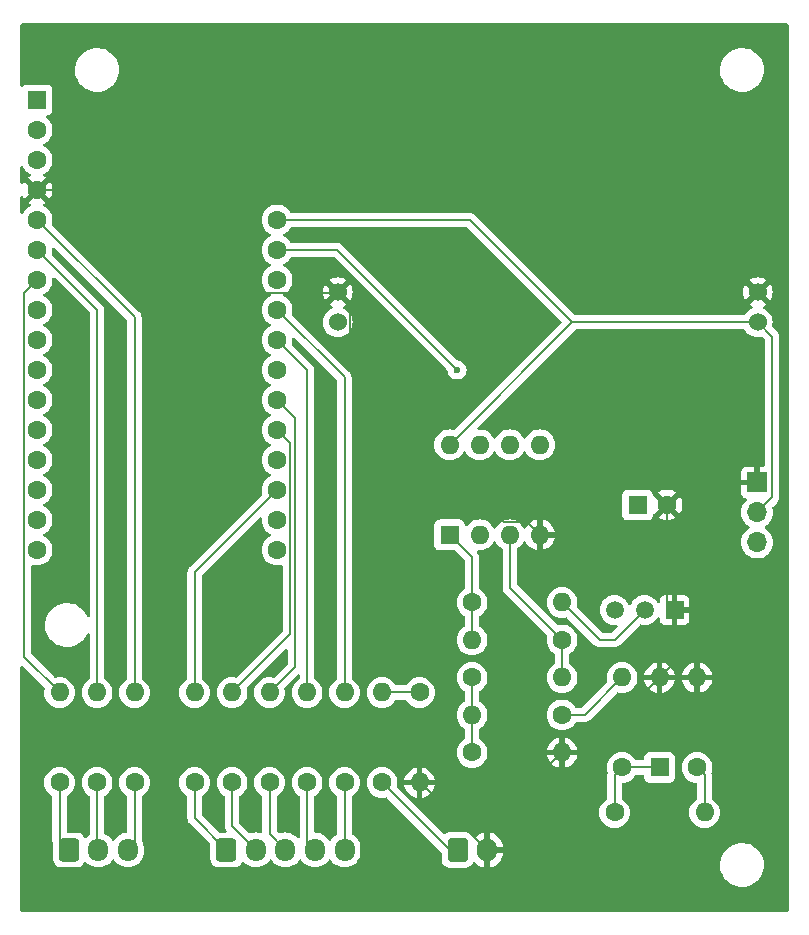
<source format=gtl>
G04 #@! TF.GenerationSoftware,KiCad,Pcbnew,7.0.1-3b83917a11~172~ubuntu20.04.1*
G04 #@! TF.CreationDate,2023-04-20T11:00:22+02:00*
G04 #@! TF.ProjectId,aware,61776172-652e-46b6-9963-61645f706362,rev?*
G04 #@! TF.SameCoordinates,Original*
G04 #@! TF.FileFunction,Copper,L1,Top*
G04 #@! TF.FilePolarity,Positive*
%FSLAX46Y46*%
G04 Gerber Fmt 4.6, Leading zero omitted, Abs format (unit mm)*
G04 Created by KiCad (PCBNEW 7.0.1-3b83917a11~172~ubuntu20.04.1) date 2023-04-20 11:00:22*
%MOMM*%
%LPD*%
G01*
G04 APERTURE LIST*
G04 Aperture macros list*
%AMRoundRect*
0 Rectangle with rounded corners*
0 $1 Rounding radius*
0 $2 $3 $4 $5 $6 $7 $8 $9 X,Y pos of 4 corners*
0 Add a 4 corners polygon primitive as box body*
4,1,4,$2,$3,$4,$5,$6,$7,$8,$9,$2,$3,0*
0 Add four circle primitives for the rounded corners*
1,1,$1+$1,$2,$3*
1,1,$1+$1,$4,$5*
1,1,$1+$1,$6,$7*
1,1,$1+$1,$8,$9*
0 Add four rect primitives between the rounded corners*
20,1,$1+$1,$2,$3,$4,$5,0*
20,1,$1+$1,$4,$5,$6,$7,0*
20,1,$1+$1,$6,$7,$8,$9,0*
20,1,$1+$1,$8,$9,$2,$3,0*%
G04 Aperture macros list end*
G04 #@! TA.AperFunction,ComponentPad*
%ADD10C,1.600000*%
G04 #@! TD*
G04 #@! TA.AperFunction,ComponentPad*
%ADD11O,1.600000X1.600000*%
G04 #@! TD*
G04 #@! TA.AperFunction,ComponentPad*
%ADD12R,1.600000X1.600000*%
G04 #@! TD*
G04 #@! TA.AperFunction,ComponentPad*
%ADD13R,1.700000X1.700000*%
G04 #@! TD*
G04 #@! TA.AperFunction,ComponentPad*
%ADD14O,1.700000X1.700000*%
G04 #@! TD*
G04 #@! TA.AperFunction,ComponentPad*
%ADD15C,1.524000*%
G04 #@! TD*
G04 #@! TA.AperFunction,ComponentPad*
%ADD16RoundRect,0.250000X-0.600000X-0.750000X0.600000X-0.750000X0.600000X0.750000X-0.600000X0.750000X0*%
G04 #@! TD*
G04 #@! TA.AperFunction,ComponentPad*
%ADD17O,1.700000X2.000000*%
G04 #@! TD*
G04 #@! TA.AperFunction,ComponentPad*
%ADD18R,1.500000X1.500000*%
G04 #@! TD*
G04 #@! TA.AperFunction,ComponentPad*
%ADD19C,1.500000*%
G04 #@! TD*
G04 #@! TA.AperFunction,ComponentPad*
%ADD20RoundRect,0.250000X-0.600000X-0.725000X0.600000X-0.725000X0.600000X0.725000X-0.600000X0.725000X0*%
G04 #@! TD*
G04 #@! TA.AperFunction,ComponentPad*
%ADD21O,1.700000X1.950000*%
G04 #@! TD*
G04 #@! TA.AperFunction,ViaPad*
%ADD22C,0.600000*%
G04 #@! TD*
G04 #@! TA.AperFunction,Conductor*
%ADD23C,0.200000*%
G04 #@! TD*
G04 APERTURE END LIST*
D10*
X121920000Y-95885000D03*
D11*
X121920000Y-88265000D03*
D10*
X135890000Y-93345000D03*
D11*
X143510000Y-93345000D03*
D10*
X128270000Y-95885000D03*
D11*
X128270000Y-88265000D03*
D12*
X133995000Y-74920000D03*
D11*
X136535000Y-74920000D03*
X139075000Y-74920000D03*
X141615000Y-74920000D03*
X141615000Y-67300000D03*
X139075000Y-67300000D03*
X136535000Y-67300000D03*
X133995000Y-67300000D03*
D10*
X148590000Y-94615000D03*
D11*
X148590000Y-86995000D03*
D10*
X115570000Y-95885000D03*
D11*
X115570000Y-88265000D03*
D10*
X107315000Y-95885000D03*
D11*
X107315000Y-88265000D03*
D10*
X118745000Y-95885000D03*
D11*
X118745000Y-88265000D03*
D10*
X143510000Y-90170000D03*
D11*
X135890000Y-90170000D03*
D10*
X147955000Y-98425000D03*
D11*
X155575000Y-98425000D03*
D10*
X154940000Y-94615000D03*
D11*
X154940000Y-86995000D03*
D10*
X131445000Y-88265000D03*
D11*
X131445000Y-95885000D03*
D10*
X104140000Y-95885000D03*
D11*
X104140000Y-88265000D03*
D12*
X99060000Y-38100000D03*
D10*
X99060000Y-40640000D03*
X99060000Y-43180000D03*
X99060000Y-45720000D03*
X99060000Y-48260000D03*
X99060000Y-50800000D03*
X99060000Y-53340000D03*
X99060000Y-55880000D03*
X99060000Y-58420000D03*
X99060000Y-60960000D03*
X99060000Y-63500000D03*
X99060000Y-66040000D03*
X99060000Y-68580000D03*
X99060000Y-71120000D03*
X99060000Y-73660000D03*
X99060000Y-76200000D03*
X119380000Y-76200000D03*
X119380000Y-73660000D03*
X119380000Y-71120000D03*
X119380000Y-68580000D03*
X119380000Y-66040000D03*
X119380000Y-63500000D03*
X119380000Y-60960000D03*
X119380000Y-58420000D03*
X119380000Y-55880000D03*
X119380000Y-53340000D03*
X119380000Y-50800000D03*
X119380000Y-48260000D03*
X143510000Y-83820000D03*
D11*
X135890000Y-83820000D03*
D13*
X160020000Y-70485000D03*
D14*
X160020000Y-73025000D03*
X160020000Y-75565000D03*
D15*
X124510000Y-56925000D03*
X124510000Y-54385000D03*
X160070000Y-56925000D03*
X160070000Y-54385000D03*
D12*
X151765000Y-94615000D03*
D11*
X151765000Y-86995000D03*
D16*
X134660000Y-101600000D03*
D17*
X137160000Y-101600000D03*
D12*
X149900000Y-72390000D03*
D10*
X152400000Y-72390000D03*
X135890000Y-86995000D03*
D11*
X143510000Y-86995000D03*
D10*
X112395000Y-95885000D03*
D11*
X112395000Y-88265000D03*
D10*
X125095000Y-95885000D03*
D11*
X125095000Y-88265000D03*
D18*
X153035000Y-81280000D03*
D19*
X150495000Y-81280000D03*
X147955000Y-81280000D03*
D20*
X101760000Y-101600000D03*
D21*
X104260000Y-101600000D03*
X106760000Y-101600000D03*
D20*
X115095000Y-101600000D03*
D21*
X117595000Y-101600000D03*
X120095000Y-101600000D03*
X122595000Y-101600000D03*
X125095000Y-101600000D03*
D10*
X135890000Y-80645000D03*
D11*
X143510000Y-80645000D03*
D10*
X100965000Y-95885000D03*
D11*
X100965000Y-88265000D03*
D22*
X134620000Y-60960000D03*
D23*
X124510000Y-54385000D02*
X124455000Y-54440000D01*
X152400000Y-80645000D02*
X153035000Y-81280000D01*
X143510000Y-93345000D02*
X145415000Y-93345000D01*
X149870000Y-74920000D02*
X152400000Y-72390000D01*
X145415000Y-93345000D02*
X151765000Y-86995000D01*
X104775000Y-45720000D02*
X99060000Y-45720000D01*
X153035000Y-81280000D02*
X153035000Y-85725000D01*
X124455000Y-54440000D02*
X113495000Y-54440000D01*
X160020000Y-70485000D02*
X154305000Y-70485000D01*
X151765000Y-86995000D02*
X154940000Y-86995000D01*
X138590000Y-73820000D02*
X125572000Y-60802000D01*
X152400000Y-72390000D02*
X152400000Y-80645000D01*
X125572000Y-60802000D02*
X125572000Y-55447000D01*
X113495000Y-54440000D02*
X104775000Y-45720000D01*
X141615000Y-74920000D02*
X140515000Y-73820000D01*
X154305000Y-70485000D02*
X152400000Y-72390000D01*
X140515000Y-73820000D02*
X138590000Y-73820000D01*
X153035000Y-85725000D02*
X151765000Y-86995000D01*
X141615000Y-74920000D02*
X149870000Y-74920000D01*
X137160000Y-99695000D02*
X143510000Y-93345000D01*
X131445000Y-95885000D02*
X137160000Y-101600000D01*
X137160000Y-101600000D02*
X137160000Y-99695000D01*
X125572000Y-55447000D02*
X124510000Y-54385000D01*
X100965000Y-88265000D02*
X97960000Y-85260000D01*
X97960000Y-54440000D02*
X99060000Y-53340000D01*
X97960000Y-85260000D02*
X97960000Y-54440000D01*
X104140000Y-55880000D02*
X99060000Y-50800000D01*
X104140000Y-88265000D02*
X104140000Y-55880000D01*
X107315000Y-56515000D02*
X99060000Y-48260000D01*
X107315000Y-88265000D02*
X107315000Y-56515000D01*
X131445000Y-88265000D02*
X128270000Y-88265000D01*
X112395000Y-78105000D02*
X119380000Y-71120000D01*
X112395000Y-88265000D02*
X112395000Y-78105000D01*
X120480000Y-83355000D02*
X120480000Y-67140000D01*
X115570000Y-88265000D02*
X120480000Y-83355000D01*
X120480000Y-67140000D02*
X119380000Y-66040000D01*
X120879501Y-64999501D02*
X119380000Y-63500000D01*
X118745000Y-88265000D02*
X120879501Y-86130499D01*
X120879501Y-86130499D02*
X120879501Y-64999501D01*
X121920000Y-88265000D02*
X121920000Y-60960000D01*
X121920000Y-60960000D02*
X119380000Y-58420000D01*
X125095000Y-61595000D02*
X119380000Y-55880000D01*
X125095000Y-88265000D02*
X125095000Y-61595000D01*
X134620000Y-60960000D02*
X124460000Y-50800000D01*
X124460000Y-50800000D02*
X119380000Y-50800000D01*
X161289501Y-58144501D02*
X160070000Y-56925000D01*
X160020000Y-73025000D02*
X161289501Y-71755499D01*
X135705000Y-48260000D02*
X119380000Y-48260000D01*
X161289501Y-71755499D02*
X161289501Y-58144501D01*
X160070000Y-56925000D02*
X144370000Y-56925000D01*
X144370000Y-56925000D02*
X133995000Y-67300000D01*
X144370000Y-56925000D02*
X135705000Y-48260000D01*
X147955000Y-98425000D02*
X147955000Y-95250000D01*
X148590000Y-94615000D02*
X151765000Y-94615000D01*
X147955000Y-95250000D02*
X148590000Y-94615000D01*
X143510000Y-80645000D02*
X146685000Y-83820000D01*
X147955000Y-83820000D02*
X150495000Y-81280000D01*
X146685000Y-83820000D02*
X147955000Y-83820000D01*
X145415000Y-90170000D02*
X148590000Y-86995000D01*
X128270000Y-95885000D02*
X133985000Y-101600000D01*
X133985000Y-101600000D02*
X134660000Y-101600000D01*
X143510000Y-90170000D02*
X145415000Y-90170000D01*
X143510000Y-83820000D02*
X139075000Y-79385000D01*
X143510000Y-83820000D02*
X143510000Y-86995000D01*
X139075000Y-79385000D02*
X139075000Y-74920000D01*
X135890000Y-80645000D02*
X135890000Y-83820000D01*
X135890000Y-80645000D02*
X135890000Y-76815000D01*
X135890000Y-76815000D02*
X133995000Y-74920000D01*
X155575000Y-98425000D02*
X155575000Y-95250000D01*
X155575000Y-95250000D02*
X154940000Y-94615000D01*
X135890000Y-90170000D02*
X135890000Y-86995000D01*
X135890000Y-90170000D02*
X135890000Y-93345000D01*
X115570000Y-99575000D02*
X117595000Y-101600000D01*
X115570000Y-95885000D02*
X115570000Y-99575000D01*
X118745000Y-95885000D02*
X118745000Y-100250000D01*
X118745000Y-100250000D02*
X120095000Y-101600000D01*
X121920000Y-95885000D02*
X121920000Y-100925000D01*
X121920000Y-100925000D02*
X122595000Y-101600000D01*
X125095000Y-95885000D02*
X125095000Y-101600000D01*
X104140000Y-101480000D02*
X104260000Y-101600000D01*
X104140000Y-95885000D02*
X104140000Y-101480000D01*
X107315000Y-101045000D02*
X106760000Y-101600000D01*
X107315000Y-95885000D02*
X107315000Y-101045000D01*
X112395000Y-98900000D02*
X115095000Y-101600000D01*
X112395000Y-95885000D02*
X112395000Y-98900000D01*
X100965000Y-95885000D02*
X100965000Y-100805000D01*
X100965000Y-100805000D02*
X101760000Y-101600000D01*
G04 #@! TA.AperFunction,Conductor*
G36*
X162632500Y-31632113D02*
G01*
X162677887Y-31677500D01*
X162694500Y-31739500D01*
X162694500Y-106690500D01*
X162677887Y-106752500D01*
X162632500Y-106797887D01*
X162570500Y-106814500D01*
X97779500Y-106814500D01*
X97717500Y-106797887D01*
X97672113Y-106752500D01*
X97655500Y-106690500D01*
X97655500Y-95885000D01*
X99659531Y-95885000D01*
X99679364Y-96111689D01*
X99738261Y-96331497D01*
X99834432Y-96537735D01*
X99964953Y-96724140D01*
X100125859Y-96885046D01*
X100311623Y-97015118D01*
X100350489Y-97059436D01*
X100364500Y-97116693D01*
X100364500Y-100757513D01*
X100363439Y-100773699D01*
X100359317Y-100805000D01*
X100364500Y-100844360D01*
X100364500Y-100844361D01*
X100379956Y-100961761D01*
X100400061Y-101010299D01*
X100409500Y-101057752D01*
X100409500Y-102375008D01*
X100420000Y-102477796D01*
X100475186Y-102644334D01*
X100567288Y-102793657D01*
X100691342Y-102917711D01*
X100723855Y-102937765D01*
X100840666Y-103009814D01*
X100952017Y-103046712D01*
X101007202Y-103064999D01*
X101017702Y-103066071D01*
X101109991Y-103075500D01*
X102410008Y-103075499D01*
X102512797Y-103064999D01*
X102679334Y-103009814D01*
X102828656Y-102917712D01*
X102952712Y-102793656D01*
X103044814Y-102644334D01*
X103044814Y-102644331D01*
X103048178Y-102638879D01*
X103087091Y-102599395D01*
X103139321Y-102580814D01*
X103194428Y-102586849D01*
X103241398Y-102616294D01*
X103388599Y-102763495D01*
X103582170Y-102899035D01*
X103796337Y-102998903D01*
X104024592Y-103060063D01*
X104260000Y-103080659D01*
X104495408Y-103060063D01*
X104723663Y-102998903D01*
X104937829Y-102899035D01*
X105131401Y-102763495D01*
X105298495Y-102596401D01*
X105408426Y-102439401D01*
X105452743Y-102400537D01*
X105510000Y-102386526D01*
X105567257Y-102400537D01*
X105611573Y-102439401D01*
X105721505Y-102596401D01*
X105888599Y-102763495D01*
X106082170Y-102899035D01*
X106296337Y-102998903D01*
X106524592Y-103060063D01*
X106760000Y-103080659D01*
X106995408Y-103060063D01*
X107223663Y-102998903D01*
X107437829Y-102899035D01*
X107631401Y-102763495D01*
X107798495Y-102596401D01*
X107934035Y-102402829D01*
X108033903Y-102188663D01*
X108095063Y-101960408D01*
X108104723Y-101850000D01*
X108110500Y-101783968D01*
X108110500Y-101416032D01*
X108095063Y-101239592D01*
X108071083Y-101150097D01*
X108033903Y-101011337D01*
X107934035Y-100797171D01*
X107934034Y-100797169D01*
X107929450Y-100787339D01*
X107930171Y-100787002D01*
X107921240Y-100768895D01*
X107915500Y-100731604D01*
X107915500Y-97116693D01*
X107929511Y-97059436D01*
X107968377Y-97015118D01*
X108154140Y-96885046D01*
X108315046Y-96724140D01*
X108445567Y-96537735D01*
X108445568Y-96537734D01*
X108541739Y-96331496D01*
X108600635Y-96111692D01*
X108620468Y-95885000D01*
X111089531Y-95885000D01*
X111109364Y-96111689D01*
X111168261Y-96331497D01*
X111264432Y-96537735D01*
X111394953Y-96724140D01*
X111555859Y-96885046D01*
X111741623Y-97015118D01*
X111780489Y-97059436D01*
X111794500Y-97116693D01*
X111794500Y-98852513D01*
X111793439Y-98868699D01*
X111789317Y-98900000D01*
X111806523Y-99030682D01*
X111806524Y-99030686D01*
X111809956Y-99056763D01*
X111870464Y-99202841D01*
X111966716Y-99328281D01*
X111991768Y-99347503D01*
X112003964Y-99358199D01*
X113708181Y-101062416D01*
X113735061Y-101102644D01*
X113744500Y-101150097D01*
X113744500Y-102375008D01*
X113755000Y-102477796D01*
X113810186Y-102644334D01*
X113902288Y-102793657D01*
X114026342Y-102917711D01*
X114058855Y-102937765D01*
X114175666Y-103009814D01*
X114287017Y-103046712D01*
X114342202Y-103064999D01*
X114352702Y-103066071D01*
X114444991Y-103075500D01*
X115745008Y-103075499D01*
X115847797Y-103064999D01*
X116014334Y-103009814D01*
X116163656Y-102917712D01*
X116287712Y-102793656D01*
X116379814Y-102644334D01*
X116379814Y-102644331D01*
X116383178Y-102638879D01*
X116422091Y-102599395D01*
X116474321Y-102580814D01*
X116529428Y-102586849D01*
X116576398Y-102616294D01*
X116723599Y-102763495D01*
X116917170Y-102899035D01*
X117131337Y-102998903D01*
X117359592Y-103060063D01*
X117595000Y-103080659D01*
X117830408Y-103060063D01*
X118058663Y-102998903D01*
X118272829Y-102899035D01*
X118466401Y-102763495D01*
X118633495Y-102596401D01*
X118743426Y-102439401D01*
X118787743Y-102400537D01*
X118845000Y-102386526D01*
X118902257Y-102400537D01*
X118946573Y-102439401D01*
X119056505Y-102596401D01*
X119223599Y-102763495D01*
X119417170Y-102899035D01*
X119631337Y-102998903D01*
X119859592Y-103060063D01*
X120095000Y-103080659D01*
X120330408Y-103060063D01*
X120558663Y-102998903D01*
X120772829Y-102899035D01*
X120966401Y-102763495D01*
X121133495Y-102596401D01*
X121243426Y-102439401D01*
X121287743Y-102400537D01*
X121345000Y-102386526D01*
X121402257Y-102400537D01*
X121446573Y-102439401D01*
X121556505Y-102596401D01*
X121723599Y-102763495D01*
X121917170Y-102899035D01*
X122131337Y-102998903D01*
X122359592Y-103060063D01*
X122595000Y-103080659D01*
X122830408Y-103060063D01*
X123058663Y-102998903D01*
X123272829Y-102899035D01*
X123466401Y-102763495D01*
X123633495Y-102596401D01*
X123743426Y-102439401D01*
X123787743Y-102400537D01*
X123845000Y-102386526D01*
X123902257Y-102400537D01*
X123946573Y-102439401D01*
X124056505Y-102596401D01*
X124223599Y-102763495D01*
X124417170Y-102899035D01*
X124631337Y-102998903D01*
X124859592Y-103060063D01*
X125095000Y-103080659D01*
X125330408Y-103060063D01*
X125558663Y-102998903D01*
X125772829Y-102899035D01*
X125966401Y-102763495D01*
X126133495Y-102596401D01*
X126269035Y-102402829D01*
X126368903Y-102188663D01*
X126430063Y-101960408D01*
X126439723Y-101850000D01*
X126445500Y-101783968D01*
X126445500Y-101416032D01*
X126430063Y-101239592D01*
X126406083Y-101150097D01*
X126368903Y-101011337D01*
X126269035Y-100797171D01*
X126133495Y-100603599D01*
X125966401Y-100436505D01*
X125772830Y-100300965D01*
X125767094Y-100298290D01*
X125714919Y-100252534D01*
X125695500Y-100185909D01*
X125695500Y-97116693D01*
X125709511Y-97059436D01*
X125748377Y-97015118D01*
X125934140Y-96885046D01*
X126095046Y-96724140D01*
X126225567Y-96537735D01*
X126225568Y-96537734D01*
X126321739Y-96331496D01*
X126380635Y-96111692D01*
X126400468Y-95885000D01*
X126964531Y-95885000D01*
X126984364Y-96111689D01*
X127043261Y-96331497D01*
X127139432Y-96537735D01*
X127269953Y-96724140D01*
X127430859Y-96885046D01*
X127617264Y-97015567D01*
X127617265Y-97015567D01*
X127617266Y-97015568D01*
X127823504Y-97111739D01*
X128043308Y-97170635D01*
X128270000Y-97190468D01*
X128496692Y-97170635D01*
X128592933Y-97144847D01*
X128657118Y-97144847D01*
X128712706Y-97176941D01*
X133273181Y-101737416D01*
X133300061Y-101777644D01*
X133309500Y-101825097D01*
X133309500Y-102400008D01*
X133320000Y-102502796D01*
X133375186Y-102669334D01*
X133467288Y-102818657D01*
X133591342Y-102942711D01*
X133591344Y-102942712D01*
X133740666Y-103034814D01*
X133831758Y-103064999D01*
X133907202Y-103089999D01*
X133917703Y-103091071D01*
X134009991Y-103100500D01*
X135310008Y-103100499D01*
X135412797Y-103089999D01*
X135579334Y-103034814D01*
X135728656Y-102942712D01*
X135852712Y-102818656D01*
X135944814Y-102669334D01*
X135944814Y-102669331D01*
X135948448Y-102663441D01*
X135987361Y-102623957D01*
X136039591Y-102605376D01*
X136094698Y-102611411D01*
X136141668Y-102640856D01*
X136288918Y-102788106D01*
X136482423Y-102923600D01*
X136696507Y-103023430D01*
X136909999Y-103080635D01*
X136910000Y-103080636D01*
X136910000Y-101850000D01*
X137410000Y-101850000D01*
X137410000Y-103080635D01*
X137623492Y-103023430D01*
X137807201Y-102937764D01*
X156895787Y-102937764D01*
X156925413Y-103207016D01*
X156993928Y-103469087D01*
X157099871Y-103718392D01*
X157240982Y-103949611D01*
X157330253Y-104056881D01*
X157414255Y-104157820D01*
X157615998Y-104338582D01*
X157841910Y-104488044D01*
X157948211Y-104537876D01*
X158087177Y-104603021D01*
X158346562Y-104681058D01*
X158346569Y-104681060D01*
X158614561Y-104720500D01*
X158817631Y-104720500D01*
X158817634Y-104720500D01*
X159020156Y-104705677D01*
X159020156Y-104705676D01*
X159284553Y-104646780D01*
X159537558Y-104550014D01*
X159773777Y-104417441D01*
X159988177Y-104251888D01*
X160176186Y-104056881D01*
X160333799Y-103836579D01*
X160457656Y-103595675D01*
X160545118Y-103339305D01*
X160594319Y-103072933D01*
X160604212Y-102802235D01*
X160574586Y-102532982D01*
X160506072Y-102270912D01*
X160400130Y-102021610D01*
X160295398Y-101850000D01*
X160259017Y-101790388D01*
X160085746Y-101582181D01*
X159980758Y-101488112D01*
X159884002Y-101401418D01*
X159658090Y-101251956D01*
X159658086Y-101251954D01*
X159412822Y-101136978D01*
X159153437Y-101058941D01*
X159153431Y-101058940D01*
X158885439Y-101019500D01*
X158682369Y-101019500D01*
X158682366Y-101019500D01*
X158479843Y-101034322D01*
X158215449Y-101093219D01*
X157962441Y-101189986D01*
X157726223Y-101322559D01*
X157511825Y-101488109D01*
X157323813Y-101683120D01*
X157166201Y-101903420D01*
X157042342Y-102144329D01*
X156954881Y-102400695D01*
X156905680Y-102667066D01*
X156895787Y-102937764D01*
X137807201Y-102937764D01*
X137837578Y-102923599D01*
X138031078Y-102788109D01*
X138198109Y-102621078D01*
X138333599Y-102427578D01*
X138433430Y-102213492D01*
X138494569Y-101985318D01*
X138506407Y-101850000D01*
X137410000Y-101850000D01*
X136910000Y-101850000D01*
X136910000Y-100119364D01*
X137410000Y-100119364D01*
X137410000Y-101350000D01*
X138506407Y-101350000D01*
X138506407Y-101349999D01*
X138494569Y-101214681D01*
X138433430Y-100986507D01*
X138333599Y-100772421D01*
X138198109Y-100578921D01*
X138031081Y-100411893D01*
X137837576Y-100276399D01*
X137623492Y-100176569D01*
X137410000Y-100119364D01*
X136910000Y-100119364D01*
X136909999Y-100119364D01*
X136696507Y-100176569D01*
X136482421Y-100276400D01*
X136288924Y-100411888D01*
X136141668Y-100559144D01*
X136094698Y-100588589D01*
X136039591Y-100594623D01*
X135987361Y-100576042D01*
X135948448Y-100536558D01*
X135852711Y-100381342D01*
X135728657Y-100257288D01*
X135579334Y-100165186D01*
X135412797Y-100110000D01*
X135310009Y-100099500D01*
X134009991Y-100099500D01*
X133907203Y-100110000D01*
X133740665Y-100165186D01*
X133613052Y-100243898D01*
X133561156Y-100261654D01*
X133506677Y-100255286D01*
X133460275Y-100226040D01*
X131659235Y-98425000D01*
X146649531Y-98425000D01*
X146669364Y-98651689D01*
X146728261Y-98871497D01*
X146824432Y-99077735D01*
X146954953Y-99264140D01*
X147115859Y-99425046D01*
X147302264Y-99555567D01*
X147302265Y-99555567D01*
X147302266Y-99555568D01*
X147508504Y-99651739D01*
X147728308Y-99710635D01*
X147955000Y-99730468D01*
X148181692Y-99710635D01*
X148401496Y-99651739D01*
X148607734Y-99555568D01*
X148794139Y-99425047D01*
X148955047Y-99264139D01*
X149085568Y-99077734D01*
X149181739Y-98871496D01*
X149240635Y-98651692D01*
X149260468Y-98425000D01*
X149240635Y-98198308D01*
X149181739Y-97978504D01*
X149085568Y-97772266D01*
X148955047Y-97585861D01*
X148955046Y-97585859D01*
X148794140Y-97424953D01*
X148608377Y-97294882D01*
X148569511Y-97250564D01*
X148555500Y-97193307D01*
X148555500Y-96037112D01*
X148570355Y-95978262D01*
X148611361Y-95933512D01*
X148668693Y-95913584D01*
X148778410Y-95903984D01*
X148816692Y-95900635D01*
X149036496Y-95841739D01*
X149242734Y-95745568D01*
X149429139Y-95615047D01*
X149590047Y-95454139D01*
X149705425Y-95289361D01*
X149720118Y-95268377D01*
X149764436Y-95229511D01*
X149821693Y-95215500D01*
X150340501Y-95215500D01*
X150402501Y-95232113D01*
X150447888Y-95277500D01*
X150464501Y-95339500D01*
X150464501Y-95462872D01*
X150470909Y-95522483D01*
X150521204Y-95657331D01*
X150607454Y-95772546D01*
X150722669Y-95858796D01*
X150857517Y-95909091D01*
X150917127Y-95915500D01*
X152612872Y-95915499D01*
X152672483Y-95909091D01*
X152807331Y-95858796D01*
X152922546Y-95772546D01*
X153008796Y-95657331D01*
X153059091Y-95522483D01*
X153065500Y-95462873D01*
X153065499Y-94615000D01*
X153634531Y-94615000D01*
X153654364Y-94841689D01*
X153713261Y-95061497D01*
X153809432Y-95267735D01*
X153939953Y-95454140D01*
X154100859Y-95615046D01*
X154287264Y-95745567D01*
X154287265Y-95745567D01*
X154287266Y-95745568D01*
X154493504Y-95841739D01*
X154713308Y-95900635D01*
X154741236Y-95903078D01*
X154861307Y-95913584D01*
X154918639Y-95933512D01*
X154959645Y-95978262D01*
X154974500Y-96037112D01*
X154974500Y-97193307D01*
X154960489Y-97250564D01*
X154921623Y-97294882D01*
X154735859Y-97424953D01*
X154574953Y-97585859D01*
X154444432Y-97772264D01*
X154348261Y-97978502D01*
X154289364Y-98198310D01*
X154269531Y-98425000D01*
X154289364Y-98651689D01*
X154348261Y-98871497D01*
X154444432Y-99077735D01*
X154574953Y-99264140D01*
X154735859Y-99425046D01*
X154922264Y-99555567D01*
X154922265Y-99555567D01*
X154922266Y-99555568D01*
X155128504Y-99651739D01*
X155348308Y-99710635D01*
X155575000Y-99730468D01*
X155801692Y-99710635D01*
X156021496Y-99651739D01*
X156227734Y-99555568D01*
X156414139Y-99425047D01*
X156575047Y-99264139D01*
X156705568Y-99077734D01*
X156801739Y-98871496D01*
X156860635Y-98651692D01*
X156880468Y-98425000D01*
X156860635Y-98198308D01*
X156801739Y-97978504D01*
X156705568Y-97772266D01*
X156575047Y-97585861D01*
X156575046Y-97585859D01*
X156414140Y-97424953D01*
X156228377Y-97294882D01*
X156189511Y-97250564D01*
X156175500Y-97193307D01*
X156175500Y-95297487D01*
X156176561Y-95281301D01*
X156180682Y-95250000D01*
X156162667Y-95113160D01*
X156165831Y-95064884D01*
X156214043Y-94884953D01*
X156225635Y-94841692D01*
X156245468Y-94615000D01*
X156225635Y-94388308D01*
X156166739Y-94168504D01*
X156070568Y-93962266D01*
X156020317Y-93890500D01*
X155940046Y-93775859D01*
X155779140Y-93614953D01*
X155592735Y-93484432D01*
X155386497Y-93388261D01*
X155166689Y-93329364D01*
X154939999Y-93309531D01*
X154713310Y-93329364D01*
X154493502Y-93388261D01*
X154287264Y-93484432D01*
X154100859Y-93614953D01*
X153939953Y-93775859D01*
X153809432Y-93962264D01*
X153713261Y-94168502D01*
X153654364Y-94388310D01*
X153634531Y-94615000D01*
X153065499Y-94615000D01*
X153065499Y-93767128D01*
X153059091Y-93707517D01*
X153008796Y-93572669D01*
X152922546Y-93457454D01*
X152807331Y-93371204D01*
X152672483Y-93320909D01*
X152612873Y-93314500D01*
X152612869Y-93314500D01*
X150917130Y-93314500D01*
X150857515Y-93320909D01*
X150722669Y-93371204D01*
X150607454Y-93457454D01*
X150521204Y-93572668D01*
X150470909Y-93707516D01*
X150464500Y-93767131D01*
X150464500Y-93890500D01*
X150447887Y-93952500D01*
X150402500Y-93997887D01*
X150340500Y-94014500D01*
X149821693Y-94014500D01*
X149764436Y-94000489D01*
X149720118Y-93961623D01*
X149590046Y-93775859D01*
X149429140Y-93614953D01*
X149242735Y-93484432D01*
X149036497Y-93388261D01*
X148816689Y-93329364D01*
X148589999Y-93309531D01*
X148363310Y-93329364D01*
X148143502Y-93388261D01*
X147937264Y-93484432D01*
X147750859Y-93614953D01*
X147589953Y-93775859D01*
X147459432Y-93962264D01*
X147363261Y-94168502D01*
X147304364Y-94388310D01*
X147284531Y-94615000D01*
X147304364Y-94841691D01*
X147364168Y-95064883D01*
X147367332Y-95113160D01*
X147349317Y-95249998D01*
X147353439Y-95281301D01*
X147354500Y-95297487D01*
X147354500Y-97193307D01*
X147340489Y-97250564D01*
X147301623Y-97294882D01*
X147115859Y-97424953D01*
X146954953Y-97585859D01*
X146824432Y-97772264D01*
X146728261Y-97978502D01*
X146669364Y-98198310D01*
X146649531Y-98425000D01*
X131659235Y-98425000D01*
X129561941Y-96327706D01*
X129529847Y-96272118D01*
X129529847Y-96207933D01*
X129549390Y-96135000D01*
X130166128Y-96135000D01*
X130218733Y-96331326D01*
X130314865Y-96537480D01*
X130445341Y-96723819D01*
X130606180Y-96884658D01*
X130792519Y-97015134D01*
X130998673Y-97111266D01*
X131194999Y-97163871D01*
X131195000Y-97163872D01*
X131195000Y-96135000D01*
X131695000Y-96135000D01*
X131695000Y-97163871D01*
X131891326Y-97111266D01*
X132097480Y-97015134D01*
X132283819Y-96884658D01*
X132444658Y-96723819D01*
X132575134Y-96537480D01*
X132671266Y-96331326D01*
X132723872Y-96135000D01*
X131695000Y-96135000D01*
X131195000Y-96135000D01*
X130166128Y-96135000D01*
X129549390Y-96135000D01*
X129555635Y-96111692D01*
X129575468Y-95885000D01*
X129555635Y-95658308D01*
X129549390Y-95635000D01*
X130166128Y-95635000D01*
X131195000Y-95635000D01*
X131195000Y-94606128D01*
X131695000Y-94606128D01*
X131695000Y-95635000D01*
X132723872Y-95635000D01*
X132723871Y-95634999D01*
X132671266Y-95438673D01*
X132575134Y-95232519D01*
X132444658Y-95046180D01*
X132283819Y-94885341D01*
X132097480Y-94754865D01*
X131891326Y-94658733D01*
X131695000Y-94606128D01*
X131195000Y-94606128D01*
X131194999Y-94606128D01*
X130998673Y-94658733D01*
X130792519Y-94754865D01*
X130606180Y-94885341D01*
X130445341Y-95046180D01*
X130314865Y-95232519D01*
X130218733Y-95438673D01*
X130166128Y-95634999D01*
X130166128Y-95635000D01*
X129549390Y-95635000D01*
X129496739Y-95438504D01*
X129400568Y-95232266D01*
X129388828Y-95215500D01*
X129270046Y-95045859D01*
X129109140Y-94884953D01*
X128922735Y-94754432D01*
X128716497Y-94658261D01*
X128496689Y-94599364D01*
X128270000Y-94579531D01*
X128043310Y-94599364D01*
X127823502Y-94658261D01*
X127617264Y-94754432D01*
X127430859Y-94884953D01*
X127269953Y-95045859D01*
X127139432Y-95232264D01*
X127043261Y-95438502D01*
X126984364Y-95658310D01*
X126964531Y-95885000D01*
X126400468Y-95885000D01*
X126380635Y-95658308D01*
X126321739Y-95438504D01*
X126225568Y-95232266D01*
X126213828Y-95215500D01*
X126095046Y-95045859D01*
X125934140Y-94884953D01*
X125747735Y-94754432D01*
X125541497Y-94658261D01*
X125321689Y-94599364D01*
X125095000Y-94579531D01*
X124868310Y-94599364D01*
X124648502Y-94658261D01*
X124442264Y-94754432D01*
X124255859Y-94884953D01*
X124094953Y-95045859D01*
X123964432Y-95232264D01*
X123868261Y-95438502D01*
X123809364Y-95658310D01*
X123789531Y-95885000D01*
X123809364Y-96111689D01*
X123868261Y-96331497D01*
X123964432Y-96537735D01*
X124094953Y-96724140D01*
X124255859Y-96885046D01*
X124441623Y-97015118D01*
X124480489Y-97059436D01*
X124494500Y-97116693D01*
X124494500Y-100185909D01*
X124475081Y-100252533D01*
X124422907Y-100298290D01*
X124417171Y-100300964D01*
X124223598Y-100436505D01*
X124056508Y-100603595D01*
X123946574Y-100760597D01*
X123902255Y-100799463D01*
X123844998Y-100813473D01*
X123787742Y-100799462D01*
X123743426Y-100760598D01*
X123633495Y-100603599D01*
X123466401Y-100436505D01*
X123272830Y-100300965D01*
X123058663Y-100201097D01*
X122988406Y-100182272D01*
X122830407Y-100139936D01*
X122633693Y-100122726D01*
X122576361Y-100102798D01*
X122535355Y-100058048D01*
X122520500Y-99999198D01*
X122520500Y-97116693D01*
X122534511Y-97059436D01*
X122573377Y-97015118D01*
X122759140Y-96885046D01*
X122920046Y-96724140D01*
X123050567Y-96537735D01*
X123050568Y-96537734D01*
X123146739Y-96331496D01*
X123205635Y-96111692D01*
X123225468Y-95885000D01*
X123205635Y-95658308D01*
X123146739Y-95438504D01*
X123050568Y-95232266D01*
X123038828Y-95215500D01*
X122920046Y-95045859D01*
X122759140Y-94884953D01*
X122572735Y-94754432D01*
X122366497Y-94658261D01*
X122146689Y-94599364D01*
X121920000Y-94579531D01*
X121693310Y-94599364D01*
X121473502Y-94658261D01*
X121267264Y-94754432D01*
X121080859Y-94884953D01*
X120919953Y-95045859D01*
X120789432Y-95232264D01*
X120693261Y-95438502D01*
X120634364Y-95658310D01*
X120614531Y-95885000D01*
X120634364Y-96111689D01*
X120693261Y-96331497D01*
X120789432Y-96537735D01*
X120919953Y-96724140D01*
X121080859Y-96885046D01*
X121266623Y-97015118D01*
X121305489Y-97059436D01*
X121319500Y-97116693D01*
X121319500Y-100490242D01*
X121305985Y-100546537D01*
X121268385Y-100590560D01*
X121214898Y-100612715D01*
X121157182Y-100608173D01*
X121107819Y-100577923D01*
X120966404Y-100436508D01*
X120966403Y-100436507D01*
X120966401Y-100436505D01*
X120772830Y-100300965D01*
X120558663Y-100201097D01*
X120488406Y-100182272D01*
X120330407Y-100139936D01*
X120095000Y-100119340D01*
X119859592Y-100139936D01*
X119632658Y-100200743D01*
X119568471Y-100200743D01*
X119512884Y-100168649D01*
X119381819Y-100037584D01*
X119354939Y-99997356D01*
X119345500Y-99949903D01*
X119345500Y-97116693D01*
X119359511Y-97059436D01*
X119398377Y-97015118D01*
X119584140Y-96885046D01*
X119745046Y-96724140D01*
X119875567Y-96537735D01*
X119875568Y-96537734D01*
X119971739Y-96331496D01*
X120030635Y-96111692D01*
X120050468Y-95885000D01*
X120030635Y-95658308D01*
X119971739Y-95438504D01*
X119875568Y-95232266D01*
X119863828Y-95215500D01*
X119745046Y-95045859D01*
X119584140Y-94884953D01*
X119397735Y-94754432D01*
X119191497Y-94658261D01*
X118971689Y-94599364D01*
X118745000Y-94579531D01*
X118518310Y-94599364D01*
X118298502Y-94658261D01*
X118092264Y-94754432D01*
X117905859Y-94884953D01*
X117744953Y-95045859D01*
X117614432Y-95232264D01*
X117518261Y-95438502D01*
X117459364Y-95658310D01*
X117439531Y-95885000D01*
X117459364Y-96111689D01*
X117518261Y-96331497D01*
X117614432Y-96537735D01*
X117744953Y-96724140D01*
X117905859Y-96885046D01*
X118091623Y-97015118D01*
X118130489Y-97059436D01*
X118144500Y-97116693D01*
X118144500Y-100062497D01*
X118131712Y-100117341D01*
X118095986Y-100160873D01*
X118044691Y-100184114D01*
X117988407Y-100182272D01*
X117830407Y-100139936D01*
X117595000Y-100119340D01*
X117359592Y-100139936D01*
X117132658Y-100200742D01*
X117068471Y-100200742D01*
X117012884Y-100168648D01*
X116206819Y-99362584D01*
X116179939Y-99322356D01*
X116170500Y-99274903D01*
X116170500Y-97116693D01*
X116184511Y-97059436D01*
X116223377Y-97015118D01*
X116409140Y-96885046D01*
X116570046Y-96724140D01*
X116700567Y-96537735D01*
X116700568Y-96537734D01*
X116796739Y-96331496D01*
X116855635Y-96111692D01*
X116875468Y-95885000D01*
X116855635Y-95658308D01*
X116796739Y-95438504D01*
X116700568Y-95232266D01*
X116688828Y-95215500D01*
X116570046Y-95045859D01*
X116409140Y-94884953D01*
X116222735Y-94754432D01*
X116016497Y-94658261D01*
X115796689Y-94599364D01*
X115570000Y-94579531D01*
X115343310Y-94599364D01*
X115123502Y-94658261D01*
X114917264Y-94754432D01*
X114730859Y-94884953D01*
X114569953Y-95045859D01*
X114439432Y-95232264D01*
X114343261Y-95438502D01*
X114284364Y-95658310D01*
X114264531Y-95885000D01*
X114284364Y-96111689D01*
X114343261Y-96331497D01*
X114439432Y-96537735D01*
X114569953Y-96724140D01*
X114730859Y-96885046D01*
X114916623Y-97015118D01*
X114955489Y-97059436D01*
X114969500Y-97116693D01*
X114969500Y-99527513D01*
X114968439Y-99543699D01*
X114964317Y-99575000D01*
X114969500Y-99614360D01*
X114969500Y-99614361D01*
X114984956Y-99731762D01*
X115045462Y-99877838D01*
X115045463Y-99877840D01*
X115045464Y-99877841D01*
X115081661Y-99925015D01*
X115106688Y-99988346D01*
X115094497Y-100055344D01*
X115048765Y-100105801D01*
X114983285Y-100124500D01*
X114520097Y-100124500D01*
X114472644Y-100115061D01*
X114432416Y-100088181D01*
X113031819Y-98687584D01*
X113004939Y-98647356D01*
X112995500Y-98599903D01*
X112995500Y-97116693D01*
X113009511Y-97059436D01*
X113048377Y-97015118D01*
X113234140Y-96885046D01*
X113395046Y-96724140D01*
X113525567Y-96537735D01*
X113525568Y-96537734D01*
X113621739Y-96331496D01*
X113680635Y-96111692D01*
X113700468Y-95885000D01*
X113680635Y-95658308D01*
X113621739Y-95438504D01*
X113525568Y-95232266D01*
X113513828Y-95215500D01*
X113395046Y-95045859D01*
X113234140Y-94884953D01*
X113047735Y-94754432D01*
X112841497Y-94658261D01*
X112621689Y-94599364D01*
X112395000Y-94579531D01*
X112168310Y-94599364D01*
X111948502Y-94658261D01*
X111742264Y-94754432D01*
X111555859Y-94884953D01*
X111394953Y-95045859D01*
X111264432Y-95232264D01*
X111168261Y-95438502D01*
X111109364Y-95658310D01*
X111089531Y-95885000D01*
X108620468Y-95885000D01*
X108600635Y-95658308D01*
X108541739Y-95438504D01*
X108445568Y-95232266D01*
X108433828Y-95215500D01*
X108315046Y-95045859D01*
X108154140Y-94884953D01*
X107967735Y-94754432D01*
X107761497Y-94658261D01*
X107541689Y-94599364D01*
X107315000Y-94579531D01*
X107088310Y-94599364D01*
X106868502Y-94658261D01*
X106662264Y-94754432D01*
X106475859Y-94884953D01*
X106314953Y-95045859D01*
X106184432Y-95232264D01*
X106088261Y-95438502D01*
X106029364Y-95658310D01*
X106009531Y-95885000D01*
X106029364Y-96111689D01*
X106088261Y-96331497D01*
X106184432Y-96537735D01*
X106314953Y-96724140D01*
X106475859Y-96885046D01*
X106661623Y-97015118D01*
X106700489Y-97059436D01*
X106714500Y-97116693D01*
X106714500Y-100009697D01*
X106699645Y-100068548D01*
X106658639Y-100113298D01*
X106601307Y-100133225D01*
X106524593Y-100139936D01*
X106296336Y-100201097D01*
X106082170Y-100300965D01*
X105888598Y-100436505D01*
X105721508Y-100603595D01*
X105611574Y-100760597D01*
X105567255Y-100799463D01*
X105509998Y-100813473D01*
X105452742Y-100799462D01*
X105408426Y-100760598D01*
X105298495Y-100603599D01*
X105131401Y-100436505D01*
X104937830Y-100300965D01*
X104812093Y-100242332D01*
X104759919Y-100196577D01*
X104740500Y-100129952D01*
X104740500Y-97116693D01*
X104754511Y-97059436D01*
X104793377Y-97015118D01*
X104979140Y-96885046D01*
X105140046Y-96724140D01*
X105270567Y-96537735D01*
X105270568Y-96537734D01*
X105366739Y-96331496D01*
X105425635Y-96111692D01*
X105445468Y-95885000D01*
X105425635Y-95658308D01*
X105366739Y-95438504D01*
X105270568Y-95232266D01*
X105258828Y-95215500D01*
X105140046Y-95045859D01*
X104979140Y-94884953D01*
X104792735Y-94754432D01*
X104586497Y-94658261D01*
X104366689Y-94599364D01*
X104140000Y-94579531D01*
X103913310Y-94599364D01*
X103693502Y-94658261D01*
X103487264Y-94754432D01*
X103300859Y-94884953D01*
X103139953Y-95045859D01*
X103009432Y-95232264D01*
X102913261Y-95438502D01*
X102854364Y-95658310D01*
X102834531Y-95885000D01*
X102854364Y-96111689D01*
X102913261Y-96331497D01*
X103009432Y-96537735D01*
X103139953Y-96724140D01*
X103300859Y-96885046D01*
X103486623Y-97015118D01*
X103525489Y-97059436D01*
X103539500Y-97116693D01*
X103539500Y-100266293D01*
X103525489Y-100323550D01*
X103486625Y-100367865D01*
X103423756Y-100411888D01*
X103388599Y-100436505D01*
X103241398Y-100583706D01*
X103194428Y-100613151D01*
X103139321Y-100619185D01*
X103087091Y-100600604D01*
X103048178Y-100561120D01*
X102952711Y-100406342D01*
X102828657Y-100282288D01*
X102679334Y-100190186D01*
X102512797Y-100135000D01*
X102410009Y-100124500D01*
X101689499Y-100124500D01*
X101627500Y-100107888D01*
X101582113Y-100062501D01*
X101565500Y-100000501D01*
X101565500Y-97116693D01*
X101579511Y-97059436D01*
X101618377Y-97015118D01*
X101804140Y-96885046D01*
X101965046Y-96724140D01*
X102095567Y-96537735D01*
X102095568Y-96537734D01*
X102191739Y-96331496D01*
X102250635Y-96111692D01*
X102270468Y-95885000D01*
X102250635Y-95658308D01*
X102191739Y-95438504D01*
X102095568Y-95232266D01*
X102083828Y-95215500D01*
X101965046Y-95045859D01*
X101804140Y-94884953D01*
X101617735Y-94754432D01*
X101411497Y-94658261D01*
X101191689Y-94599364D01*
X100965000Y-94579531D01*
X100738310Y-94599364D01*
X100518502Y-94658261D01*
X100312264Y-94754432D01*
X100125859Y-94884953D01*
X99964953Y-95045859D01*
X99834432Y-95232264D01*
X99738261Y-95438502D01*
X99679364Y-95658310D01*
X99659531Y-95885000D01*
X97655500Y-95885000D01*
X97655500Y-93345000D01*
X134584531Y-93345000D01*
X134604364Y-93571689D01*
X134663261Y-93791497D01*
X134759432Y-93997735D01*
X134889953Y-94184140D01*
X135050859Y-94345046D01*
X135237264Y-94475567D01*
X135237265Y-94475567D01*
X135237266Y-94475568D01*
X135443504Y-94571739D01*
X135663308Y-94630635D01*
X135890000Y-94650468D01*
X136116692Y-94630635D01*
X136336496Y-94571739D01*
X136542734Y-94475568D01*
X136729139Y-94345047D01*
X136890047Y-94184139D01*
X137020568Y-93997734D01*
X137116739Y-93791496D01*
X137169390Y-93595000D01*
X142231128Y-93595000D01*
X142283733Y-93791326D01*
X142379865Y-93997480D01*
X142510341Y-94183819D01*
X142671180Y-94344658D01*
X142857519Y-94475134D01*
X143063673Y-94571266D01*
X143259999Y-94623871D01*
X143260000Y-94623872D01*
X143260000Y-93595000D01*
X143760000Y-93595000D01*
X143760000Y-94623871D01*
X143956326Y-94571266D01*
X144162480Y-94475134D01*
X144348819Y-94344658D01*
X144509658Y-94183819D01*
X144640134Y-93997480D01*
X144736266Y-93791326D01*
X144788872Y-93595000D01*
X143760000Y-93595000D01*
X143260000Y-93595000D01*
X142231128Y-93595000D01*
X137169390Y-93595000D01*
X137175635Y-93571692D01*
X137195468Y-93345000D01*
X137175635Y-93118308D01*
X137169390Y-93095000D01*
X142231128Y-93095000D01*
X143260000Y-93095000D01*
X143260000Y-92066128D01*
X143760000Y-92066128D01*
X143760000Y-93095000D01*
X144788872Y-93095000D01*
X144788871Y-93094999D01*
X144736266Y-92898673D01*
X144640134Y-92692519D01*
X144509658Y-92506180D01*
X144348819Y-92345341D01*
X144162480Y-92214865D01*
X143956326Y-92118733D01*
X143760000Y-92066128D01*
X143260000Y-92066128D01*
X143259999Y-92066128D01*
X143063673Y-92118733D01*
X142857519Y-92214865D01*
X142671180Y-92345341D01*
X142510341Y-92506180D01*
X142379865Y-92692519D01*
X142283733Y-92898673D01*
X142231128Y-93094999D01*
X142231128Y-93095000D01*
X137169390Y-93095000D01*
X137116739Y-92898504D01*
X137020568Y-92692266D01*
X136890270Y-92506180D01*
X136890046Y-92505859D01*
X136729140Y-92344953D01*
X136543377Y-92214882D01*
X136504511Y-92170564D01*
X136490500Y-92113307D01*
X136490500Y-91401693D01*
X136504511Y-91344436D01*
X136543377Y-91300118D01*
X136729140Y-91170046D01*
X136890046Y-91009140D01*
X137020117Y-90823377D01*
X137020568Y-90822734D01*
X137116739Y-90616496D01*
X137175635Y-90396692D01*
X137195468Y-90170000D01*
X142204531Y-90170000D01*
X142224364Y-90396689D01*
X142283261Y-90616497D01*
X142379432Y-90822735D01*
X142509953Y-91009140D01*
X142670859Y-91170046D01*
X142857264Y-91300567D01*
X142857265Y-91300567D01*
X142857266Y-91300568D01*
X143063504Y-91396739D01*
X143283308Y-91455635D01*
X143434435Y-91468856D01*
X143509999Y-91475468D01*
X143509999Y-91475467D01*
X143510000Y-91475468D01*
X143736692Y-91455635D01*
X143956496Y-91396739D01*
X144162734Y-91300568D01*
X144349139Y-91170047D01*
X144510047Y-91009139D01*
X144640117Y-90823377D01*
X144684436Y-90784511D01*
X144741693Y-90770500D01*
X145367513Y-90770500D01*
X145383697Y-90771560D01*
X145415000Y-90775682D01*
X145571762Y-90755044D01*
X145717841Y-90694536D01*
X145717841Y-90694535D01*
X145717841Y-90694534D01*
X145725305Y-90691443D01*
X145734082Y-90682072D01*
X145843282Y-90598282D01*
X145862509Y-90573223D01*
X145873190Y-90561043D01*
X148147294Y-88286939D01*
X148202880Y-88254847D01*
X148267067Y-88254847D01*
X148363308Y-88280635D01*
X148590000Y-88300468D01*
X148816692Y-88280635D01*
X149036496Y-88221739D01*
X149242734Y-88125568D01*
X149429139Y-87995047D01*
X149590047Y-87834139D01*
X149720568Y-87647734D01*
X149816739Y-87441496D01*
X149869390Y-87245000D01*
X150486128Y-87245000D01*
X150538733Y-87441326D01*
X150634865Y-87647480D01*
X150765341Y-87833819D01*
X150926180Y-87994658D01*
X151112519Y-88125134D01*
X151318673Y-88221266D01*
X151514999Y-88273871D01*
X151515000Y-88273872D01*
X151515000Y-87245000D01*
X152015000Y-87245000D01*
X152015000Y-88273871D01*
X152211326Y-88221266D01*
X152417480Y-88125134D01*
X152603819Y-87994658D01*
X152764658Y-87833819D01*
X152895134Y-87647480D01*
X152991266Y-87441326D01*
X153043872Y-87245000D01*
X153661128Y-87245000D01*
X153713733Y-87441326D01*
X153809865Y-87647480D01*
X153940341Y-87833819D01*
X154101180Y-87994658D01*
X154287519Y-88125134D01*
X154493673Y-88221266D01*
X154689999Y-88273871D01*
X154690000Y-88273872D01*
X154690000Y-87245000D01*
X155190000Y-87245000D01*
X155190000Y-88273871D01*
X155386326Y-88221266D01*
X155592480Y-88125134D01*
X155778819Y-87994658D01*
X155939658Y-87833819D01*
X156070134Y-87647480D01*
X156166266Y-87441326D01*
X156218872Y-87245000D01*
X155190000Y-87245000D01*
X154690000Y-87245000D01*
X153661128Y-87245000D01*
X153043872Y-87245000D01*
X152015000Y-87245000D01*
X151515000Y-87245000D01*
X150486128Y-87245000D01*
X149869390Y-87245000D01*
X149875635Y-87221692D01*
X149895468Y-86995000D01*
X149875635Y-86768308D01*
X149869390Y-86745000D01*
X150486128Y-86745000D01*
X151515000Y-86745000D01*
X151515000Y-85716128D01*
X152015000Y-85716128D01*
X152015000Y-86745000D01*
X153043872Y-86745000D01*
X153661128Y-86745000D01*
X154690000Y-86745000D01*
X154690000Y-85716128D01*
X155190000Y-85716128D01*
X155190000Y-86745000D01*
X156218872Y-86745000D01*
X156218871Y-86744999D01*
X156166266Y-86548673D01*
X156070134Y-86342519D01*
X155939658Y-86156180D01*
X155778819Y-85995341D01*
X155592480Y-85864865D01*
X155386326Y-85768733D01*
X155190000Y-85716128D01*
X154690000Y-85716128D01*
X154689999Y-85716128D01*
X154493673Y-85768733D01*
X154287519Y-85864865D01*
X154101180Y-85995341D01*
X153940341Y-86156180D01*
X153809865Y-86342519D01*
X153713733Y-86548673D01*
X153661128Y-86744999D01*
X153661128Y-86745000D01*
X153043872Y-86745000D01*
X153043871Y-86744999D01*
X152991266Y-86548673D01*
X152895134Y-86342519D01*
X152764658Y-86156180D01*
X152603819Y-85995341D01*
X152417480Y-85864865D01*
X152211326Y-85768733D01*
X152015000Y-85716128D01*
X151515000Y-85716128D01*
X151514999Y-85716128D01*
X151318673Y-85768733D01*
X151112519Y-85864865D01*
X150926180Y-85995341D01*
X150765341Y-86156180D01*
X150634865Y-86342519D01*
X150538733Y-86548673D01*
X150486128Y-86744999D01*
X150486128Y-86745000D01*
X149869390Y-86745000D01*
X149816739Y-86548504D01*
X149720568Y-86342266D01*
X149590270Y-86156180D01*
X149590046Y-86155859D01*
X149429140Y-85994953D01*
X149242735Y-85864432D01*
X149036497Y-85768261D01*
X148816689Y-85709364D01*
X148589999Y-85689531D01*
X148363310Y-85709364D01*
X148143502Y-85768261D01*
X147937264Y-85864432D01*
X147750859Y-85994953D01*
X147589953Y-86155859D01*
X147459432Y-86342264D01*
X147363261Y-86548502D01*
X147304364Y-86768310D01*
X147284531Y-86994999D01*
X147304364Y-87221688D01*
X147330152Y-87317930D01*
X147330152Y-87382118D01*
X147298058Y-87437705D01*
X145202584Y-89533181D01*
X145162356Y-89560061D01*
X145114903Y-89569500D01*
X144741693Y-89569500D01*
X144684436Y-89555489D01*
X144640118Y-89516623D01*
X144510046Y-89330859D01*
X144349140Y-89169953D01*
X144162735Y-89039432D01*
X143956497Y-88943261D01*
X143736689Y-88884364D01*
X143510000Y-88864531D01*
X143283310Y-88884364D01*
X143063502Y-88943261D01*
X142857264Y-89039432D01*
X142670859Y-89169953D01*
X142509953Y-89330859D01*
X142379432Y-89517264D01*
X142283261Y-89723502D01*
X142224364Y-89943310D01*
X142204531Y-90170000D01*
X137195468Y-90170000D01*
X137175635Y-89943308D01*
X137116739Y-89723504D01*
X137020568Y-89517266D01*
X137002693Y-89491738D01*
X136890046Y-89330859D01*
X136729140Y-89169953D01*
X136543377Y-89039882D01*
X136504511Y-88995564D01*
X136490500Y-88938307D01*
X136490500Y-88226693D01*
X136504511Y-88169436D01*
X136543377Y-88125118D01*
X136729140Y-87995046D01*
X136890046Y-87834140D01*
X136898341Y-87822293D01*
X137020568Y-87647734D01*
X137116739Y-87441496D01*
X137175635Y-87221692D01*
X137195468Y-86995000D01*
X137175635Y-86768308D01*
X137116739Y-86548504D01*
X137020568Y-86342266D01*
X136890270Y-86156180D01*
X136890046Y-86155859D01*
X136729140Y-85994953D01*
X136542735Y-85864432D01*
X136336497Y-85768261D01*
X136116689Y-85709364D01*
X135889999Y-85689531D01*
X135663310Y-85709364D01*
X135443502Y-85768261D01*
X135237264Y-85864432D01*
X135050859Y-85994953D01*
X134889953Y-86155859D01*
X134759432Y-86342264D01*
X134663261Y-86548502D01*
X134604364Y-86768310D01*
X134584531Y-86995000D01*
X134604364Y-87221689D01*
X134663261Y-87441497D01*
X134759432Y-87647735D01*
X134889953Y-87834140D01*
X135050859Y-87995046D01*
X135236623Y-88125118D01*
X135275489Y-88169436D01*
X135289500Y-88226693D01*
X135289500Y-88938307D01*
X135275489Y-88995564D01*
X135236623Y-89039882D01*
X135050859Y-89169953D01*
X134889953Y-89330859D01*
X134759432Y-89517264D01*
X134663261Y-89723502D01*
X134604364Y-89943310D01*
X134584531Y-90170000D01*
X134604364Y-90396689D01*
X134663261Y-90616497D01*
X134759432Y-90822735D01*
X134889953Y-91009140D01*
X135050859Y-91170046D01*
X135236623Y-91300118D01*
X135275489Y-91344436D01*
X135289500Y-91401693D01*
X135289500Y-92113307D01*
X135275489Y-92170564D01*
X135236623Y-92214882D01*
X135050859Y-92344953D01*
X134889953Y-92505859D01*
X134759432Y-92692264D01*
X134663261Y-92898502D01*
X134604364Y-93118310D01*
X134584531Y-93345000D01*
X97655500Y-93345000D01*
X97655500Y-86104097D01*
X97669015Y-86047802D01*
X97706615Y-86003779D01*
X97760102Y-85981624D01*
X97817818Y-85986166D01*
X97867181Y-86016416D01*
X99673058Y-87822293D01*
X99705152Y-87877880D01*
X99705152Y-87942067D01*
X99679364Y-88038309D01*
X99659531Y-88265000D01*
X99679364Y-88491689D01*
X99738261Y-88711497D01*
X99834432Y-88917735D01*
X99964953Y-89104140D01*
X100125859Y-89265046D01*
X100312264Y-89395567D01*
X100312265Y-89395567D01*
X100312266Y-89395568D01*
X100518504Y-89491739D01*
X100738308Y-89550635D01*
X100965000Y-89570468D01*
X101191692Y-89550635D01*
X101411496Y-89491739D01*
X101617734Y-89395568D01*
X101804139Y-89265047D01*
X101965047Y-89104139D01*
X102095568Y-88917734D01*
X102191739Y-88711496D01*
X102250635Y-88491692D01*
X102270468Y-88265000D01*
X102250635Y-88038308D01*
X102191739Y-87818504D01*
X102095568Y-87612266D01*
X101975995Y-87441497D01*
X101965046Y-87425859D01*
X101804140Y-87264953D01*
X101617735Y-87134432D01*
X101411497Y-87038261D01*
X101191689Y-86979364D01*
X100965000Y-86959531D01*
X100738309Y-86979364D01*
X100642067Y-87005152D01*
X100577880Y-87005152D01*
X100522293Y-86973058D01*
X98596819Y-85047584D01*
X98569939Y-85007356D01*
X98560500Y-84959903D01*
X98560500Y-77574137D01*
X98573288Y-77519293D01*
X98609013Y-77475761D01*
X98660309Y-77452520D01*
X98716593Y-77454362D01*
X98833308Y-77485635D01*
X99059999Y-77505468D01*
X99059999Y-77505467D01*
X99060000Y-77505468D01*
X99286692Y-77485635D01*
X99506496Y-77426739D01*
X99712734Y-77330568D01*
X99899139Y-77200047D01*
X100060047Y-77039139D01*
X100190568Y-76852734D01*
X100286739Y-76646496D01*
X100345635Y-76426692D01*
X100365468Y-76200000D01*
X100345635Y-75973308D01*
X100286739Y-75753504D01*
X100190568Y-75547266D01*
X100167368Y-75514133D01*
X100060046Y-75360859D01*
X99899140Y-75199953D01*
X99712732Y-75069430D01*
X99654724Y-75042380D01*
X99602549Y-74996623D01*
X99583130Y-74929997D01*
X99602550Y-74863373D01*
X99654721Y-74817619D01*
X99712734Y-74790568D01*
X99899139Y-74660047D01*
X100060047Y-74499139D01*
X100190568Y-74312734D01*
X100286739Y-74106496D01*
X100345635Y-73886692D01*
X100365468Y-73660000D01*
X100345635Y-73433308D01*
X100286739Y-73213504D01*
X100190568Y-73007266D01*
X100060047Y-72820861D01*
X100060046Y-72820859D01*
X99899140Y-72659953D01*
X99712733Y-72529431D01*
X99654725Y-72502382D01*
X99602549Y-72456625D01*
X99583129Y-72390000D01*
X99602549Y-72323375D01*
X99654725Y-72277618D01*
X99712734Y-72250568D01*
X99899139Y-72120047D01*
X100060047Y-71959139D01*
X100190568Y-71772734D01*
X100286739Y-71566496D01*
X100345635Y-71346692D01*
X100365468Y-71120000D01*
X100345635Y-70893308D01*
X100286739Y-70673504D01*
X100190568Y-70467266D01*
X100060047Y-70280861D01*
X100060046Y-70280859D01*
X99899140Y-70119953D01*
X99712733Y-69989431D01*
X99654725Y-69962382D01*
X99602549Y-69916625D01*
X99583129Y-69850000D01*
X99602549Y-69783375D01*
X99654725Y-69737618D01*
X99712734Y-69710568D01*
X99899139Y-69580047D01*
X100060047Y-69419139D01*
X100190568Y-69232734D01*
X100286739Y-69026496D01*
X100345635Y-68806692D01*
X100365468Y-68580000D01*
X100345635Y-68353308D01*
X100286739Y-68133504D01*
X100190568Y-67927266D01*
X100117651Y-67823129D01*
X100060046Y-67740859D01*
X99899140Y-67579953D01*
X99712733Y-67449431D01*
X99654725Y-67422382D01*
X99602549Y-67376625D01*
X99583129Y-67310000D01*
X99602549Y-67243375D01*
X99654725Y-67197618D01*
X99712734Y-67170568D01*
X99899139Y-67040047D01*
X100060047Y-66879139D01*
X100190568Y-66692734D01*
X100286739Y-66486496D01*
X100345635Y-66266692D01*
X100365468Y-66040000D01*
X100345635Y-65813308D01*
X100286739Y-65593504D01*
X100190568Y-65387266D01*
X100060047Y-65200861D01*
X100060046Y-65200859D01*
X99899140Y-65039953D01*
X99712733Y-64909431D01*
X99654725Y-64882382D01*
X99602549Y-64836625D01*
X99583129Y-64770000D01*
X99602549Y-64703375D01*
X99654725Y-64657618D01*
X99712734Y-64630568D01*
X99899139Y-64500047D01*
X100060047Y-64339139D01*
X100190568Y-64152734D01*
X100286739Y-63946496D01*
X100345635Y-63726692D01*
X100365468Y-63500000D01*
X100345635Y-63273308D01*
X100286739Y-63053504D01*
X100190568Y-62847266D01*
X100060047Y-62660861D01*
X100060046Y-62660859D01*
X99899140Y-62499953D01*
X99712733Y-62369431D01*
X99654725Y-62342382D01*
X99602549Y-62296625D01*
X99583129Y-62230000D01*
X99602549Y-62163375D01*
X99654725Y-62117618D01*
X99712734Y-62090568D01*
X99899139Y-61960047D01*
X100060047Y-61799139D01*
X100190568Y-61612734D01*
X100286739Y-61406496D01*
X100345635Y-61186692D01*
X100365468Y-60960000D01*
X100345635Y-60733308D01*
X100286739Y-60513504D01*
X100190568Y-60307266D01*
X100087438Y-60159980D01*
X100060046Y-60120859D01*
X99899140Y-59959953D01*
X99712733Y-59829431D01*
X99654725Y-59802382D01*
X99602549Y-59756625D01*
X99583129Y-59690000D01*
X99602549Y-59623375D01*
X99654725Y-59577618D01*
X99712734Y-59550568D01*
X99899139Y-59420047D01*
X100060047Y-59259139D01*
X100190568Y-59072734D01*
X100286739Y-58866496D01*
X100345635Y-58646692D01*
X100365468Y-58420000D01*
X100363468Y-58397145D01*
X100348843Y-58229979D01*
X100345635Y-58193308D01*
X100286739Y-57973504D01*
X100190568Y-57767266D01*
X100171210Y-57739620D01*
X100060046Y-57580859D01*
X99899140Y-57419953D01*
X99712733Y-57289431D01*
X99654725Y-57262382D01*
X99602549Y-57216625D01*
X99583129Y-57150000D01*
X99602549Y-57083375D01*
X99654725Y-57037618D01*
X99712734Y-57010568D01*
X99899139Y-56880047D01*
X100060047Y-56719139D01*
X100190568Y-56532734D01*
X100286739Y-56326496D01*
X100345635Y-56106692D01*
X100365468Y-55880000D01*
X100345635Y-55653308D01*
X100286739Y-55433504D01*
X100190568Y-55227266D01*
X100060047Y-55040861D01*
X100060046Y-55040859D01*
X99899140Y-54879953D01*
X99712733Y-54749431D01*
X99654725Y-54722382D01*
X99602549Y-54676625D01*
X99583129Y-54610000D01*
X99602549Y-54543375D01*
X99654725Y-54497618D01*
X99712734Y-54470568D01*
X99899139Y-54340047D01*
X100060047Y-54179139D01*
X100190568Y-53992734D01*
X100286739Y-53786496D01*
X100345635Y-53566692D01*
X100365468Y-53340000D01*
X100358219Y-53257153D01*
X100367605Y-53197895D01*
X100403712Y-53149979D01*
X100458088Y-53124623D01*
X100518002Y-53127763D01*
X100569429Y-53158664D01*
X103503181Y-56092416D01*
X103530061Y-56132644D01*
X103539500Y-56180097D01*
X103539500Y-81773708D01*
X103521346Y-81838305D01*
X103472198Y-81883986D01*
X103406449Y-81897377D01*
X103343350Y-81874556D01*
X103301377Y-81822205D01*
X103250130Y-81701610D01*
X103125854Y-81497977D01*
X103109017Y-81470388D01*
X102935746Y-81262181D01*
X102830758Y-81168112D01*
X102734002Y-81081418D01*
X102508090Y-80931956D01*
X102508086Y-80931954D01*
X102262822Y-80816978D01*
X102003437Y-80738941D01*
X102003431Y-80738940D01*
X101735439Y-80699500D01*
X101532369Y-80699500D01*
X101532366Y-80699500D01*
X101329843Y-80714322D01*
X101065449Y-80773219D01*
X100812441Y-80869986D01*
X100576223Y-81002559D01*
X100361825Y-81168109D01*
X100173813Y-81363120D01*
X100016201Y-81583420D01*
X99892342Y-81824329D01*
X99804881Y-82080695D01*
X99755680Y-82347066D01*
X99745787Y-82617764D01*
X99775413Y-82887016D01*
X99775414Y-82887018D01*
X99843928Y-83149088D01*
X99897038Y-83274065D01*
X99949871Y-83398392D01*
X100090982Y-83629611D01*
X100180253Y-83736881D01*
X100264255Y-83837820D01*
X100465998Y-84018582D01*
X100691910Y-84168044D01*
X100783616Y-84211034D01*
X100937177Y-84283021D01*
X101196562Y-84361058D01*
X101196569Y-84361060D01*
X101464561Y-84400500D01*
X101667631Y-84400500D01*
X101667634Y-84400500D01*
X101870156Y-84385677D01*
X101870155Y-84385677D01*
X102134553Y-84326780D01*
X102387558Y-84230014D01*
X102623777Y-84097441D01*
X102838177Y-83931888D01*
X103026186Y-83736881D01*
X103183799Y-83516579D01*
X103305222Y-83280408D01*
X103349364Y-83232218D01*
X103411877Y-83213161D01*
X103475396Y-83228533D01*
X103522278Y-83274065D01*
X103539500Y-83337108D01*
X103539500Y-87033307D01*
X103525489Y-87090564D01*
X103486623Y-87134882D01*
X103300859Y-87264953D01*
X103139953Y-87425859D01*
X103009432Y-87612264D01*
X102913261Y-87818502D01*
X102854364Y-88038310D01*
X102834531Y-88265000D01*
X102854364Y-88491689D01*
X102913261Y-88711497D01*
X103009432Y-88917735D01*
X103139953Y-89104140D01*
X103300859Y-89265046D01*
X103487264Y-89395567D01*
X103487265Y-89395567D01*
X103487266Y-89395568D01*
X103693504Y-89491739D01*
X103913308Y-89550635D01*
X104140000Y-89570468D01*
X104366692Y-89550635D01*
X104586496Y-89491739D01*
X104792734Y-89395568D01*
X104979139Y-89265047D01*
X105140047Y-89104139D01*
X105270568Y-88917734D01*
X105366739Y-88711496D01*
X105425635Y-88491692D01*
X105445468Y-88265000D01*
X105425635Y-88038308D01*
X105366739Y-87818504D01*
X105270568Y-87612266D01*
X105150995Y-87441497D01*
X105140046Y-87425859D01*
X104979140Y-87264953D01*
X104793377Y-87134882D01*
X104754511Y-87090564D01*
X104740500Y-87033307D01*
X104740500Y-55927487D01*
X104741561Y-55911301D01*
X104745682Y-55879999D01*
X104730819Y-55767105D01*
X104725044Y-55723238D01*
X104664536Y-55577159D01*
X104637819Y-55542341D01*
X104592454Y-55483219D01*
X104592452Y-55483217D01*
X104592450Y-55483215D01*
X104568282Y-55451718D01*
X104544545Y-55433504D01*
X104543229Y-55432494D01*
X104531035Y-55421800D01*
X100351941Y-51242706D01*
X100319847Y-51187118D01*
X100319847Y-51122933D01*
X100345635Y-51026692D01*
X100365468Y-50800000D01*
X100358219Y-50717153D01*
X100367605Y-50657895D01*
X100403712Y-50609979D01*
X100458088Y-50584623D01*
X100518002Y-50587763D01*
X100569429Y-50618664D01*
X106678181Y-56727416D01*
X106705061Y-56767644D01*
X106714500Y-56815097D01*
X106714500Y-87033307D01*
X106700489Y-87090564D01*
X106661623Y-87134882D01*
X106475859Y-87264953D01*
X106314953Y-87425859D01*
X106184432Y-87612264D01*
X106088261Y-87818502D01*
X106029364Y-88038310D01*
X106009531Y-88265000D01*
X106029364Y-88491689D01*
X106088261Y-88711497D01*
X106184432Y-88917735D01*
X106314953Y-89104140D01*
X106475859Y-89265046D01*
X106662264Y-89395567D01*
X106662265Y-89395567D01*
X106662266Y-89395568D01*
X106868504Y-89491739D01*
X107088308Y-89550635D01*
X107315000Y-89570468D01*
X107541692Y-89550635D01*
X107761496Y-89491739D01*
X107967734Y-89395568D01*
X108154139Y-89265047D01*
X108315047Y-89104139D01*
X108445568Y-88917734D01*
X108541739Y-88711496D01*
X108600635Y-88491692D01*
X108620468Y-88265000D01*
X111089531Y-88265000D01*
X111109364Y-88491689D01*
X111168261Y-88711497D01*
X111264432Y-88917735D01*
X111394953Y-89104140D01*
X111555859Y-89265046D01*
X111742264Y-89395567D01*
X111742265Y-89395567D01*
X111742266Y-89395568D01*
X111948504Y-89491739D01*
X112168308Y-89550635D01*
X112395000Y-89570468D01*
X112621692Y-89550635D01*
X112841496Y-89491739D01*
X113047734Y-89395568D01*
X113234139Y-89265047D01*
X113395047Y-89104139D01*
X113525568Y-88917734D01*
X113621739Y-88711496D01*
X113680635Y-88491692D01*
X113700468Y-88265000D01*
X113680635Y-88038308D01*
X113621739Y-87818504D01*
X113525568Y-87612266D01*
X113405995Y-87441497D01*
X113395046Y-87425859D01*
X113234140Y-87264953D01*
X113048377Y-87134882D01*
X113009511Y-87090564D01*
X112995500Y-87033307D01*
X112995500Y-78405097D01*
X113004939Y-78357644D01*
X113031819Y-78317416D01*
X114234138Y-77115097D01*
X117870572Y-73478661D01*
X117921997Y-73447762D01*
X117981911Y-73444622D01*
X118036286Y-73469977D01*
X118072393Y-73517893D01*
X118081779Y-73577150D01*
X118074531Y-73659998D01*
X118094364Y-73886689D01*
X118153261Y-74106497D01*
X118249432Y-74312735D01*
X118379953Y-74499140D01*
X118540859Y-74660046D01*
X118727262Y-74790565D01*
X118727266Y-74790568D01*
X118785273Y-74817617D01*
X118837449Y-74863373D01*
X118856869Y-74929997D01*
X118837451Y-74996622D01*
X118785276Y-75042380D01*
X118727266Y-75069431D01*
X118540859Y-75199953D01*
X118379953Y-75360859D01*
X118249432Y-75547264D01*
X118153261Y-75753502D01*
X118094364Y-75973310D01*
X118074531Y-76200000D01*
X118094364Y-76426689D01*
X118153261Y-76646497D01*
X118249432Y-76852735D01*
X118379953Y-77039140D01*
X118540859Y-77200046D01*
X118727264Y-77330567D01*
X118727265Y-77330567D01*
X118727266Y-77330568D01*
X118933504Y-77426739D01*
X119153308Y-77485635D01*
X119304436Y-77498857D01*
X119379999Y-77505468D01*
X119379999Y-77505467D01*
X119380000Y-77505468D01*
X119606692Y-77485635D01*
X119645961Y-77475112D01*
X119723407Y-77454362D01*
X119779691Y-77452520D01*
X119830987Y-77475761D01*
X119866712Y-77519293D01*
X119879500Y-77574137D01*
X119879500Y-83054903D01*
X119870061Y-83102356D01*
X119843181Y-83142584D01*
X116012705Y-86973058D01*
X115957118Y-87005152D01*
X115892931Y-87005152D01*
X115796692Y-86979365D01*
X115796691Y-86979364D01*
X115796688Y-86979364D01*
X115569999Y-86959531D01*
X115343310Y-86979364D01*
X115123502Y-87038261D01*
X114917264Y-87134432D01*
X114730859Y-87264953D01*
X114569953Y-87425859D01*
X114439432Y-87612264D01*
X114343261Y-87818502D01*
X114284364Y-88038310D01*
X114264531Y-88265000D01*
X114284364Y-88491689D01*
X114343261Y-88711497D01*
X114439432Y-88917735D01*
X114569953Y-89104140D01*
X114730859Y-89265046D01*
X114917264Y-89395567D01*
X114917265Y-89395567D01*
X114917266Y-89395568D01*
X115123504Y-89491739D01*
X115343308Y-89550635D01*
X115570000Y-89570468D01*
X115796692Y-89550635D01*
X116016496Y-89491739D01*
X116222734Y-89395568D01*
X116409139Y-89265047D01*
X116570047Y-89104139D01*
X116700568Y-88917734D01*
X116796739Y-88711496D01*
X116855635Y-88491692D01*
X116875468Y-88265000D01*
X116855635Y-88038308D01*
X116829847Y-87942067D01*
X116829847Y-87877880D01*
X116861939Y-87822294D01*
X120067319Y-84616915D01*
X120116683Y-84586665D01*
X120174399Y-84582123D01*
X120227886Y-84604278D01*
X120265486Y-84648301D01*
X120279001Y-84704596D01*
X120279001Y-85830402D01*
X120269562Y-85877855D01*
X120242682Y-85918083D01*
X119187705Y-86973058D01*
X119132118Y-87005152D01*
X119067931Y-87005152D01*
X118971692Y-86979365D01*
X118971691Y-86979364D01*
X118971688Y-86979364D01*
X118744999Y-86959531D01*
X118518310Y-86979364D01*
X118298502Y-87038261D01*
X118092264Y-87134432D01*
X117905859Y-87264953D01*
X117744953Y-87425859D01*
X117614432Y-87612264D01*
X117518261Y-87818502D01*
X117459364Y-88038310D01*
X117439531Y-88265000D01*
X117459364Y-88491689D01*
X117518261Y-88711497D01*
X117614432Y-88917735D01*
X117744953Y-89104140D01*
X117905859Y-89265046D01*
X118092264Y-89395567D01*
X118092265Y-89395567D01*
X118092266Y-89395568D01*
X118298504Y-89491739D01*
X118518308Y-89550635D01*
X118745000Y-89570468D01*
X118971692Y-89550635D01*
X119191496Y-89491739D01*
X119397734Y-89395568D01*
X119584139Y-89265047D01*
X119745047Y-89104139D01*
X119875568Y-88917734D01*
X119971739Y-88711496D01*
X120030635Y-88491692D01*
X120050468Y-88265000D01*
X120030635Y-88038308D01*
X120004847Y-87942067D01*
X120004847Y-87877880D01*
X120036939Y-87822294D01*
X121107818Y-86751415D01*
X121157182Y-86721165D01*
X121214898Y-86716623D01*
X121268385Y-86738778D01*
X121305985Y-86782801D01*
X121319500Y-86839096D01*
X121319500Y-87033307D01*
X121305489Y-87090564D01*
X121266623Y-87134882D01*
X121080859Y-87264953D01*
X120919953Y-87425859D01*
X120789432Y-87612264D01*
X120693261Y-87818502D01*
X120634364Y-88038310D01*
X120614531Y-88265000D01*
X120634364Y-88491689D01*
X120693261Y-88711497D01*
X120789432Y-88917735D01*
X120919953Y-89104140D01*
X121080859Y-89265046D01*
X121267264Y-89395567D01*
X121267265Y-89395567D01*
X121267266Y-89395568D01*
X121473504Y-89491739D01*
X121693308Y-89550635D01*
X121920000Y-89570468D01*
X122146692Y-89550635D01*
X122366496Y-89491739D01*
X122572734Y-89395568D01*
X122759139Y-89265047D01*
X122920047Y-89104139D01*
X123050568Y-88917734D01*
X123146739Y-88711496D01*
X123205635Y-88491692D01*
X123225468Y-88265000D01*
X123205635Y-88038308D01*
X123146739Y-87818504D01*
X123050568Y-87612266D01*
X122930995Y-87441497D01*
X122920046Y-87425859D01*
X122759140Y-87264953D01*
X122573377Y-87134882D01*
X122534511Y-87090564D01*
X122520500Y-87033307D01*
X122520500Y-61007487D01*
X122521561Y-60991301D01*
X122525682Y-60959999D01*
X122514775Y-60877154D01*
X122505044Y-60803238D01*
X122444536Y-60657159D01*
X122372450Y-60563214D01*
X122372448Y-60563212D01*
X122348282Y-60531718D01*
X122324542Y-60513502D01*
X122323233Y-60512497D01*
X122311038Y-60501802D01*
X121499236Y-59690000D01*
X120671940Y-58862705D01*
X120639847Y-58807118D01*
X120639847Y-58742933D01*
X120665635Y-58646692D01*
X120685468Y-58420000D01*
X120683468Y-58397145D01*
X120678220Y-58337153D01*
X120687605Y-58277895D01*
X120723712Y-58229979D01*
X120778088Y-58204623D01*
X120838002Y-58207763D01*
X120889429Y-58238664D01*
X124458181Y-61807416D01*
X124485061Y-61847644D01*
X124494500Y-61895097D01*
X124494500Y-87033307D01*
X124480489Y-87090564D01*
X124441623Y-87134882D01*
X124255859Y-87264953D01*
X124094953Y-87425859D01*
X123964432Y-87612264D01*
X123868261Y-87818502D01*
X123809364Y-88038310D01*
X123789531Y-88265000D01*
X123809364Y-88491689D01*
X123868261Y-88711497D01*
X123964432Y-88917735D01*
X124094953Y-89104140D01*
X124255859Y-89265046D01*
X124442264Y-89395567D01*
X124442265Y-89395567D01*
X124442266Y-89395568D01*
X124648504Y-89491739D01*
X124868308Y-89550635D01*
X125095000Y-89570468D01*
X125321692Y-89550635D01*
X125541496Y-89491739D01*
X125747734Y-89395568D01*
X125934139Y-89265047D01*
X126095047Y-89104139D01*
X126225568Y-88917734D01*
X126321739Y-88711496D01*
X126380635Y-88491692D01*
X126400468Y-88265000D01*
X126964531Y-88265000D01*
X126984364Y-88491689D01*
X127043261Y-88711497D01*
X127139432Y-88917735D01*
X127269953Y-89104140D01*
X127430859Y-89265046D01*
X127617264Y-89395567D01*
X127617265Y-89395567D01*
X127617266Y-89395568D01*
X127823504Y-89491739D01*
X128043308Y-89550635D01*
X128270000Y-89570468D01*
X128496692Y-89550635D01*
X128716496Y-89491739D01*
X128922734Y-89395568D01*
X129109139Y-89265047D01*
X129270047Y-89104139D01*
X129400117Y-88918377D01*
X129444436Y-88879511D01*
X129501693Y-88865500D01*
X130213307Y-88865500D01*
X130270564Y-88879511D01*
X130314882Y-88918377D01*
X130444953Y-89104140D01*
X130605859Y-89265046D01*
X130792264Y-89395567D01*
X130792265Y-89395567D01*
X130792266Y-89395568D01*
X130998504Y-89491739D01*
X131218308Y-89550635D01*
X131445000Y-89570468D01*
X131671692Y-89550635D01*
X131891496Y-89491739D01*
X132097734Y-89395568D01*
X132284139Y-89265047D01*
X132445047Y-89104139D01*
X132575568Y-88917734D01*
X132671739Y-88711496D01*
X132730635Y-88491692D01*
X132750468Y-88265000D01*
X132730635Y-88038308D01*
X132671739Y-87818504D01*
X132575568Y-87612266D01*
X132455995Y-87441497D01*
X132445046Y-87425859D01*
X132284140Y-87264953D01*
X132097735Y-87134432D01*
X131891497Y-87038261D01*
X131671689Y-86979364D01*
X131445000Y-86959531D01*
X131218310Y-86979364D01*
X130998502Y-87038261D01*
X130792264Y-87134432D01*
X130605859Y-87264953D01*
X130444953Y-87425859D01*
X130314882Y-87611623D01*
X130270564Y-87650489D01*
X130213307Y-87664500D01*
X129501693Y-87664500D01*
X129444436Y-87650489D01*
X129400118Y-87611623D01*
X129270046Y-87425859D01*
X129109140Y-87264953D01*
X128922735Y-87134432D01*
X128716497Y-87038261D01*
X128496689Y-86979364D01*
X128270000Y-86959531D01*
X128043310Y-86979364D01*
X127823502Y-87038261D01*
X127617264Y-87134432D01*
X127430859Y-87264953D01*
X127269953Y-87425859D01*
X127139432Y-87612264D01*
X127043261Y-87818502D01*
X126984364Y-88038310D01*
X126964531Y-88265000D01*
X126400468Y-88265000D01*
X126380635Y-88038308D01*
X126321739Y-87818504D01*
X126225568Y-87612266D01*
X126105995Y-87441497D01*
X126095046Y-87425859D01*
X125934140Y-87264953D01*
X125748377Y-87134882D01*
X125709511Y-87090564D01*
X125695500Y-87033307D01*
X125695500Y-75767869D01*
X132694500Y-75767869D01*
X132700909Y-75827483D01*
X132751204Y-75962331D01*
X132837454Y-76077546D01*
X132952669Y-76163796D01*
X133087517Y-76214091D01*
X133147127Y-76220500D01*
X134394902Y-76220499D01*
X134442355Y-76229938D01*
X134482583Y-76256818D01*
X135253181Y-77027416D01*
X135280061Y-77067644D01*
X135289500Y-77115097D01*
X135289500Y-79413307D01*
X135275489Y-79470564D01*
X135236623Y-79514882D01*
X135050859Y-79644953D01*
X134889953Y-79805859D01*
X134759432Y-79992264D01*
X134663261Y-80198502D01*
X134604364Y-80418310D01*
X134584531Y-80645000D01*
X134604364Y-80871689D01*
X134663261Y-81091497D01*
X134759432Y-81297735D01*
X134889953Y-81484140D01*
X135050859Y-81645046D01*
X135236623Y-81775118D01*
X135275489Y-81819436D01*
X135289500Y-81876693D01*
X135289500Y-82588307D01*
X135275489Y-82645564D01*
X135236623Y-82689882D01*
X135050859Y-82819953D01*
X134889953Y-82980859D01*
X134759432Y-83167264D01*
X134663261Y-83373502D01*
X134604364Y-83593310D01*
X134584531Y-83820000D01*
X134604364Y-84046689D01*
X134663261Y-84266497D01*
X134759432Y-84472735D01*
X134889953Y-84659140D01*
X135050859Y-84820046D01*
X135237264Y-84950567D01*
X135237265Y-84950567D01*
X135237266Y-84950568D01*
X135443504Y-85046739D01*
X135663308Y-85105635D01*
X135814435Y-85118856D01*
X135889999Y-85125468D01*
X135889999Y-85125467D01*
X135890000Y-85125468D01*
X136116692Y-85105635D01*
X136336496Y-85046739D01*
X136542734Y-84950568D01*
X136729139Y-84820047D01*
X136890047Y-84659139D01*
X137020568Y-84472734D01*
X137116739Y-84266496D01*
X137175635Y-84046692D01*
X137195468Y-83820000D01*
X137175635Y-83593308D01*
X137116739Y-83373504D01*
X137020568Y-83167266D01*
X136941891Y-83054903D01*
X136890046Y-82980859D01*
X136729140Y-82819953D01*
X136543377Y-82689882D01*
X136504511Y-82645564D01*
X136490500Y-82588307D01*
X136490500Y-81876693D01*
X136504511Y-81819436D01*
X136543377Y-81775118D01*
X136637331Y-81709331D01*
X136729139Y-81645047D01*
X136890047Y-81484139D01*
X137020568Y-81297734D01*
X137116739Y-81091496D01*
X137175635Y-80871692D01*
X137195468Y-80645000D01*
X137175635Y-80418308D01*
X137116739Y-80198504D01*
X137020568Y-79992266D01*
X136916191Y-79843199D01*
X136890046Y-79805859D01*
X136729140Y-79644953D01*
X136543377Y-79514882D01*
X136504511Y-79470564D01*
X136490500Y-79413307D01*
X136490500Y-76862487D01*
X136491561Y-76846301D01*
X136495682Y-76814999D01*
X136485681Y-76739035D01*
X136475044Y-76658238D01*
X136414536Y-76512159D01*
X136341604Y-76417112D01*
X136318260Y-76365290D01*
X136320492Y-76308492D01*
X136347832Y-76258657D01*
X136394536Y-76226257D01*
X136450789Y-76218101D01*
X136535000Y-76225468D01*
X136761692Y-76205635D01*
X136981496Y-76146739D01*
X137187734Y-76050568D01*
X137374139Y-75920047D01*
X137535047Y-75759139D01*
X137665568Y-75572734D01*
X137692618Y-75514724D01*
X137738375Y-75462549D01*
X137805000Y-75443129D01*
X137871625Y-75462549D01*
X137917382Y-75514725D01*
X137944431Y-75572733D01*
X138074953Y-75759140D01*
X138235859Y-75920046D01*
X138421623Y-76050118D01*
X138460489Y-76094436D01*
X138474500Y-76151693D01*
X138474500Y-79337513D01*
X138473439Y-79353699D01*
X138469317Y-79385000D01*
X138474500Y-79424360D01*
X138474500Y-79424361D01*
X138489956Y-79541762D01*
X138550463Y-79687840D01*
X138646716Y-79813281D01*
X138671768Y-79832503D01*
X138683964Y-79843199D01*
X142218058Y-83377293D01*
X142250152Y-83432880D01*
X142250152Y-83497067D01*
X142224364Y-83593309D01*
X142204531Y-83820000D01*
X142224364Y-84046689D01*
X142283261Y-84266497D01*
X142379432Y-84472735D01*
X142509953Y-84659140D01*
X142670859Y-84820046D01*
X142856623Y-84950118D01*
X142895489Y-84994436D01*
X142909500Y-85051693D01*
X142909500Y-85763307D01*
X142895489Y-85820564D01*
X142856623Y-85864882D01*
X142670859Y-85994953D01*
X142509953Y-86155859D01*
X142379432Y-86342264D01*
X142283261Y-86548502D01*
X142224364Y-86768310D01*
X142204531Y-86995000D01*
X142224364Y-87221689D01*
X142283261Y-87441497D01*
X142379432Y-87647735D01*
X142509953Y-87834140D01*
X142670859Y-87995046D01*
X142857264Y-88125567D01*
X142857265Y-88125567D01*
X142857266Y-88125568D01*
X143063504Y-88221739D01*
X143283308Y-88280635D01*
X143510000Y-88300468D01*
X143736692Y-88280635D01*
X143956496Y-88221739D01*
X144162734Y-88125568D01*
X144349139Y-87995047D01*
X144510047Y-87834139D01*
X144640568Y-87647734D01*
X144736739Y-87441496D01*
X144795635Y-87221692D01*
X144815468Y-86995000D01*
X144795635Y-86768308D01*
X144736739Y-86548504D01*
X144640568Y-86342266D01*
X144510270Y-86156180D01*
X144510046Y-86155859D01*
X144349140Y-85994953D01*
X144163377Y-85864882D01*
X144124511Y-85820564D01*
X144110500Y-85763307D01*
X144110500Y-85051693D01*
X144124511Y-84994436D01*
X144163377Y-84950118D01*
X144349140Y-84820046D01*
X144510046Y-84659140D01*
X144517635Y-84648301D01*
X144640568Y-84472734D01*
X144736739Y-84266496D01*
X144795635Y-84046692D01*
X144815468Y-83820000D01*
X144795635Y-83593308D01*
X144736739Y-83373504D01*
X144640568Y-83167266D01*
X144561891Y-83054903D01*
X144510046Y-82980859D01*
X144349140Y-82819953D01*
X144162735Y-82689432D01*
X143956497Y-82593261D01*
X143736689Y-82534364D01*
X143510000Y-82514531D01*
X143283309Y-82534364D01*
X143187067Y-82560152D01*
X143122880Y-82560152D01*
X143067293Y-82528058D01*
X141184235Y-80645000D01*
X142204531Y-80645000D01*
X142224364Y-80871689D01*
X142283261Y-81091497D01*
X142379432Y-81297735D01*
X142509953Y-81484140D01*
X142670859Y-81645046D01*
X142857264Y-81775567D01*
X142857265Y-81775567D01*
X142857266Y-81775568D01*
X143063504Y-81871739D01*
X143283308Y-81930635D01*
X143510000Y-81950468D01*
X143736692Y-81930635D01*
X143832933Y-81904847D01*
X143897118Y-81904847D01*
X143952706Y-81936941D01*
X146226799Y-84211034D01*
X146237494Y-84223229D01*
X146256715Y-84248279D01*
X146256716Y-84248280D01*
X146256718Y-84248282D01*
X146301990Y-84283020D01*
X146301991Y-84283021D01*
X146301993Y-84283023D01*
X146359019Y-84326780D01*
X146382159Y-84344536D01*
X146528238Y-84405044D01*
X146653698Y-84421561D01*
X146684999Y-84425682D01*
X146684999Y-84425681D01*
X146685000Y-84425682D01*
X146716302Y-84421560D01*
X146732487Y-84420500D01*
X147907513Y-84420500D01*
X147923697Y-84421560D01*
X147955000Y-84425682D01*
X148111762Y-84405044D01*
X148257841Y-84344536D01*
X148338010Y-84283020D01*
X148383282Y-84248282D01*
X148402509Y-84223223D01*
X148413190Y-84211043D01*
X150093119Y-82531115D01*
X150148705Y-82499023D01*
X150212892Y-82499023D01*
X150277023Y-82516207D01*
X150495000Y-82535277D01*
X150712977Y-82516207D01*
X150924330Y-82459575D01*
X151122639Y-82367102D01*
X151301877Y-82241598D01*
X151456598Y-82086877D01*
X151559426Y-81940022D01*
X151606642Y-81899697D01*
X151667490Y-81887318D01*
X151726710Y-81905990D01*
X151769453Y-81951032D01*
X151785000Y-82011148D01*
X151785000Y-82077824D01*
X151791402Y-82137375D01*
X151841647Y-82272089D01*
X151927811Y-82387188D01*
X152042910Y-82473352D01*
X152177624Y-82523597D01*
X152237176Y-82530000D01*
X152785000Y-82530000D01*
X152785000Y-81530000D01*
X153285000Y-81530000D01*
X153285000Y-82530000D01*
X153832824Y-82530000D01*
X153892375Y-82523597D01*
X154027089Y-82473352D01*
X154142188Y-82387188D01*
X154228352Y-82272089D01*
X154278597Y-82137375D01*
X154285000Y-82077824D01*
X154285000Y-81530000D01*
X153285000Y-81530000D01*
X152785000Y-81530000D01*
X152785000Y-80030000D01*
X153285000Y-80030000D01*
X153285000Y-81030000D01*
X154285000Y-81030000D01*
X154285000Y-80482176D01*
X154278597Y-80422624D01*
X154228352Y-80287910D01*
X154142188Y-80172811D01*
X154027089Y-80086647D01*
X153892375Y-80036402D01*
X153832824Y-80030000D01*
X153285000Y-80030000D01*
X152785000Y-80030000D01*
X152237176Y-80030000D01*
X152177624Y-80036402D01*
X152042910Y-80086647D01*
X151927811Y-80172811D01*
X151841647Y-80287910D01*
X151791402Y-80422624D01*
X151785000Y-80482176D01*
X151785000Y-80548853D01*
X151769453Y-80608969D01*
X151726710Y-80654011D01*
X151667490Y-80672683D01*
X151606642Y-80660303D01*
X151559425Y-80619976D01*
X151551718Y-80608969D01*
X151456598Y-80473123D01*
X151301877Y-80318402D01*
X151122639Y-80192898D01*
X151031205Y-80150261D01*
X150924331Y-80100425D01*
X150712974Y-80043792D01*
X150495000Y-80024722D01*
X150277025Y-80043792D01*
X150065668Y-80100425D01*
X149867361Y-80192898D01*
X149688122Y-80318402D01*
X149533402Y-80473122D01*
X149407898Y-80652361D01*
X149337382Y-80803583D01*
X149291625Y-80855759D01*
X149225000Y-80875178D01*
X149158375Y-80855759D01*
X149112618Y-80803583D01*
X149070995Y-80714323D01*
X149042102Y-80652362D01*
X148916598Y-80473123D01*
X148761877Y-80318402D01*
X148582639Y-80192898D01*
X148491205Y-80150261D01*
X148384331Y-80100425D01*
X148172974Y-80043792D01*
X147955000Y-80024722D01*
X147737025Y-80043792D01*
X147525668Y-80100425D01*
X147327361Y-80192898D01*
X147148122Y-80318402D01*
X146993402Y-80473122D01*
X146867898Y-80652361D01*
X146775425Y-80850668D01*
X146718792Y-81062025D01*
X146699722Y-81279999D01*
X146718792Y-81497974D01*
X146773355Y-81701607D01*
X146775425Y-81709330D01*
X146867898Y-81907639D01*
X146993402Y-82086877D01*
X147148123Y-82241598D01*
X147327361Y-82367102D01*
X147525670Y-82459575D01*
X147737023Y-82516207D01*
X147872484Y-82528058D01*
X147954999Y-82535277D01*
X147954999Y-82535276D01*
X147955000Y-82535277D01*
X148092848Y-82523217D01*
X148152106Y-82532602D01*
X148200022Y-82568709D01*
X148225378Y-82623084D01*
X148222238Y-82682999D01*
X148191337Y-82734426D01*
X147742584Y-83183181D01*
X147702356Y-83210061D01*
X147654903Y-83219500D01*
X146985097Y-83219500D01*
X146937644Y-83210061D01*
X146897416Y-83183181D01*
X144801941Y-81087706D01*
X144769847Y-81032118D01*
X144769847Y-80967933D01*
X144795635Y-80871692D01*
X144815468Y-80645000D01*
X144795635Y-80418308D01*
X144736739Y-80198504D01*
X144640568Y-79992266D01*
X144536191Y-79843199D01*
X144510046Y-79805859D01*
X144349140Y-79644953D01*
X144162735Y-79514432D01*
X143956497Y-79418261D01*
X143736689Y-79359364D01*
X143510000Y-79339531D01*
X143283310Y-79359364D01*
X143063502Y-79418261D01*
X142857264Y-79514432D01*
X142670859Y-79644953D01*
X142509953Y-79805859D01*
X142379432Y-79992264D01*
X142283261Y-80198502D01*
X142224364Y-80418310D01*
X142204531Y-80645000D01*
X141184235Y-80645000D01*
X139711819Y-79172584D01*
X139684939Y-79132356D01*
X139675500Y-79084903D01*
X139675500Y-76151693D01*
X139689511Y-76094436D01*
X139728377Y-76050118D01*
X139838074Y-75973308D01*
X139914139Y-75920047D01*
X140075047Y-75759139D01*
X140205568Y-75572734D01*
X140232893Y-75514134D01*
X140278649Y-75461959D01*
X140345274Y-75442539D01*
X140411899Y-75461958D01*
X140457657Y-75514133D01*
X140484866Y-75572482D01*
X140615341Y-75758819D01*
X140776180Y-75919658D01*
X140962519Y-76050134D01*
X141168673Y-76146266D01*
X141364999Y-76198871D01*
X141365000Y-76198872D01*
X141365000Y-75170000D01*
X141865000Y-75170000D01*
X141865000Y-76198871D01*
X142061326Y-76146266D01*
X142267480Y-76050134D01*
X142453819Y-75919658D01*
X142614658Y-75758819D01*
X142745134Y-75572480D01*
X142841266Y-75366326D01*
X142893872Y-75170000D01*
X141865000Y-75170000D01*
X141365000Y-75170000D01*
X141365000Y-73641128D01*
X141865000Y-73641128D01*
X141865000Y-74670000D01*
X142893872Y-74670000D01*
X142893871Y-74669999D01*
X142841266Y-74473673D01*
X142745134Y-74267519D01*
X142614658Y-74081180D01*
X142453819Y-73920341D01*
X142267480Y-73789865D01*
X142061326Y-73693733D01*
X141865000Y-73641128D01*
X141365000Y-73641128D01*
X141364999Y-73641128D01*
X141168673Y-73693733D01*
X140962519Y-73789865D01*
X140776180Y-73920341D01*
X140615341Y-74081180D01*
X140484863Y-74267522D01*
X140457656Y-74325866D01*
X140411899Y-74378041D01*
X140345274Y-74397460D01*
X140278650Y-74378040D01*
X140232893Y-74325865D01*
X140226770Y-74312735D01*
X140205568Y-74267266D01*
X140184895Y-74237742D01*
X140075046Y-74080859D01*
X139914140Y-73919953D01*
X139727735Y-73789432D01*
X139521497Y-73693261D01*
X139301689Y-73634364D01*
X139075000Y-73614531D01*
X138848310Y-73634364D01*
X138628502Y-73693261D01*
X138422264Y-73789432D01*
X138235859Y-73919953D01*
X138074953Y-74080859D01*
X137944433Y-74267263D01*
X137917382Y-74325275D01*
X137871625Y-74377450D01*
X137805000Y-74396869D01*
X137738375Y-74377450D01*
X137692618Y-74325275D01*
X137665568Y-74267266D01*
X137617793Y-74199035D01*
X137535046Y-74080859D01*
X137374140Y-73919953D01*
X137187735Y-73789432D01*
X136981497Y-73693261D01*
X136761689Y-73634364D01*
X136535000Y-73614531D01*
X136308310Y-73634364D01*
X136088502Y-73693261D01*
X135882264Y-73789432D01*
X135695859Y-73919953D01*
X135534951Y-74080861D01*
X135517725Y-74105463D01*
X135472882Y-74144600D01*
X135414969Y-74158333D01*
X135357328Y-74143499D01*
X135313239Y-74103514D01*
X135292861Y-74047592D01*
X135289091Y-74012517D01*
X135238796Y-73877669D01*
X135152546Y-73762454D01*
X135037331Y-73676204D01*
X134902483Y-73625909D01*
X134842873Y-73619500D01*
X134842869Y-73619500D01*
X133147130Y-73619500D01*
X133087515Y-73625909D01*
X132952669Y-73676204D01*
X132837454Y-73762454D01*
X132751204Y-73877668D01*
X132700909Y-74012515D01*
X132700909Y-74012517D01*
X132695429Y-74063493D01*
X132694500Y-74072130D01*
X132694500Y-75767869D01*
X125695500Y-75767869D01*
X125695500Y-73237869D01*
X148599500Y-73237869D01*
X148605909Y-73297483D01*
X148656204Y-73432331D01*
X148742454Y-73547546D01*
X148857669Y-73633796D01*
X148992517Y-73684091D01*
X149052127Y-73690500D01*
X150747872Y-73690499D01*
X150807483Y-73684091D01*
X150942331Y-73633796D01*
X151057546Y-73547546D01*
X151116326Y-73469026D01*
X151674526Y-73469026D01*
X151747515Y-73520133D01*
X151953673Y-73616266D01*
X152173397Y-73675141D01*
X152399999Y-73694966D01*
X152626602Y-73675141D01*
X152846326Y-73616266D01*
X153052480Y-73520134D01*
X153125472Y-73469025D01*
X152400001Y-72743553D01*
X152400000Y-72743553D01*
X151674526Y-73469025D01*
X151674526Y-73469026D01*
X151116326Y-73469026D01*
X151143796Y-73432331D01*
X151194091Y-73297483D01*
X151200500Y-73237873D01*
X151200499Y-73237868D01*
X151201210Y-73231265D01*
X151203000Y-73231457D01*
X151218951Y-73175173D01*
X151268840Y-73129448D01*
X151316030Y-73120415D01*
X152046446Y-72390001D01*
X152046446Y-72390000D01*
X152753553Y-72390000D01*
X153479025Y-73115472D01*
X153530134Y-73042480D01*
X153626266Y-72836326D01*
X153685141Y-72616602D01*
X153704966Y-72389999D01*
X153685141Y-72163397D01*
X153626266Y-71943673D01*
X153530133Y-71737515D01*
X153479025Y-71664526D01*
X152753553Y-72389998D01*
X152753553Y-72390000D01*
X152046446Y-72390000D01*
X151316031Y-71659584D01*
X151268849Y-71650556D01*
X151218961Y-71604842D01*
X151202994Y-71548543D01*
X151201209Y-71548735D01*
X151197269Y-71512083D01*
X151194091Y-71482517D01*
X151143796Y-71347669D01*
X151116325Y-71310973D01*
X151674526Y-71310973D01*
X152400000Y-72036446D01*
X152400001Y-72036446D01*
X153125472Y-71310974D01*
X153125471Y-71310972D01*
X153052484Y-71259866D01*
X152846326Y-71163733D01*
X152626602Y-71104858D01*
X152400000Y-71085033D01*
X152173397Y-71104858D01*
X151953672Y-71163733D01*
X151747516Y-71259865D01*
X151674527Y-71310973D01*
X151674526Y-71310973D01*
X151116325Y-71310973D01*
X151057546Y-71232454D01*
X150942331Y-71146204D01*
X150807483Y-71095909D01*
X150747873Y-71089500D01*
X150747869Y-71089500D01*
X149052130Y-71089500D01*
X148992515Y-71095909D01*
X148857669Y-71146204D01*
X148742454Y-71232454D01*
X148656204Y-71347668D01*
X148605909Y-71482516D01*
X148599500Y-71542130D01*
X148599500Y-73237869D01*
X125695500Y-73237869D01*
X125695500Y-70235000D01*
X158670000Y-70235000D01*
X159770000Y-70235000D01*
X159770000Y-69135000D01*
X159122176Y-69135000D01*
X159062624Y-69141402D01*
X158927910Y-69191647D01*
X158812811Y-69277811D01*
X158726647Y-69392910D01*
X158676402Y-69527624D01*
X158670000Y-69587176D01*
X158670000Y-70235000D01*
X125695500Y-70235000D01*
X125695500Y-61642494D01*
X125696561Y-61626308D01*
X125698348Y-61612734D01*
X125700683Y-61595000D01*
X125680044Y-61438238D01*
X125619536Y-61292159D01*
X125598330Y-61264523D01*
X125558523Y-61212645D01*
X125523282Y-61166717D01*
X125498229Y-61147494D01*
X125486034Y-61136799D01*
X121274235Y-56925000D01*
X123242676Y-56925000D01*
X123261929Y-57145065D01*
X123300612Y-57289432D01*
X123319106Y-57358450D01*
X123412466Y-57558662D01*
X123539174Y-57739620D01*
X123695380Y-57895826D01*
X123876338Y-58022534D01*
X124076550Y-58115894D01*
X124289932Y-58173070D01*
X124510000Y-58192323D01*
X124730068Y-58173070D01*
X124943450Y-58115894D01*
X125143662Y-58022534D01*
X125324620Y-57895826D01*
X125480826Y-57739620D01*
X125607534Y-57558662D01*
X125700894Y-57358450D01*
X125758070Y-57145068D01*
X125777323Y-56925000D01*
X125758070Y-56704932D01*
X125700894Y-56491550D01*
X125607534Y-56291339D01*
X125480826Y-56110380D01*
X125324620Y-55954174D01*
X125143662Y-55827466D01*
X125143661Y-55827465D01*
X125014218Y-55767105D01*
X124962042Y-55721348D01*
X124942623Y-55654722D01*
X124962043Y-55588097D01*
X125014220Y-55542340D01*
X125143411Y-55482098D01*
X125208187Y-55436740D01*
X124510001Y-54738553D01*
X124510000Y-54738553D01*
X123811812Y-55436740D01*
X123876592Y-55482100D01*
X124005780Y-55542341D01*
X124057956Y-55588097D01*
X124077376Y-55654722D01*
X124057957Y-55721347D01*
X124005782Y-55767105D01*
X123876336Y-55827467D01*
X123695379Y-55954174D01*
X123539174Y-56110379D01*
X123412466Y-56291338D01*
X123319106Y-56491548D01*
X123261929Y-56704934D01*
X123242676Y-56925000D01*
X121274235Y-56925000D01*
X120671941Y-56322706D01*
X120639847Y-56267118D01*
X120639847Y-56202933D01*
X120665635Y-56106692D01*
X120685468Y-55880000D01*
X120665635Y-55653308D01*
X120606739Y-55433504D01*
X120510568Y-55227266D01*
X120380047Y-55040861D01*
X120380046Y-55040859D01*
X120219140Y-54879953D01*
X120032733Y-54749431D01*
X119974725Y-54722382D01*
X119922549Y-54676625D01*
X119903129Y-54610000D01*
X119922549Y-54543375D01*
X119974725Y-54497618D01*
X120032734Y-54470568D01*
X120154939Y-54385000D01*
X123243178Y-54385000D01*
X123262424Y-54604978D01*
X123319579Y-54818281D01*
X123412898Y-55018406D01*
X123458258Y-55083187D01*
X124156446Y-54385000D01*
X124156446Y-54384999D01*
X124863553Y-54384999D01*
X125561740Y-55083186D01*
X125607100Y-55018408D01*
X125700420Y-54818281D01*
X125757575Y-54604978D01*
X125776821Y-54385000D01*
X125757575Y-54165021D01*
X125700421Y-53951720D01*
X125607098Y-53751589D01*
X125561740Y-53686811D01*
X124863553Y-54384998D01*
X124863553Y-54384999D01*
X124156446Y-54384999D01*
X124156446Y-54384998D01*
X123458258Y-53686812D01*
X123412900Y-53751589D01*
X123319578Y-53951719D01*
X123262424Y-54165021D01*
X123243178Y-54385000D01*
X120154939Y-54385000D01*
X120219139Y-54340047D01*
X120380047Y-54179139D01*
X120510568Y-53992734D01*
X120606739Y-53786496D01*
X120665635Y-53566692D01*
X120685468Y-53340000D01*
X120684878Y-53333258D01*
X123811811Y-53333258D01*
X124510000Y-54031446D01*
X124510001Y-54031446D01*
X125208187Y-53333258D01*
X125143406Y-53287898D01*
X124943281Y-53194579D01*
X124729978Y-53137424D01*
X124510000Y-53118178D01*
X124290021Y-53137424D01*
X124076719Y-53194578D01*
X123876589Y-53287900D01*
X123811812Y-53333258D01*
X123811811Y-53333258D01*
X120684878Y-53333258D01*
X120665635Y-53113308D01*
X120606739Y-52893504D01*
X120510568Y-52687266D01*
X120380047Y-52500861D01*
X120380046Y-52500859D01*
X120219140Y-52339953D01*
X120032733Y-52209431D01*
X119974725Y-52182382D01*
X119922549Y-52136625D01*
X119903129Y-52070000D01*
X119922549Y-52003375D01*
X119974725Y-51957618D01*
X120032734Y-51930568D01*
X120219139Y-51800047D01*
X120380047Y-51639139D01*
X120510117Y-51453377D01*
X120554436Y-51414511D01*
X120611693Y-51400500D01*
X124159903Y-51400500D01*
X124207356Y-51409939D01*
X124247584Y-51436819D01*
X133789298Y-60978533D01*
X133813337Y-61012412D01*
X133824837Y-61052330D01*
X133834631Y-61139250D01*
X133834631Y-61139251D01*
X133834632Y-61139255D01*
X133894211Y-61309522D01*
X133894212Y-61309523D01*
X133990185Y-61462264D01*
X134117735Y-61589814D01*
X134117737Y-61589815D01*
X134117738Y-61589816D01*
X134270478Y-61685789D01*
X134440745Y-61745368D01*
X134620000Y-61765565D01*
X134799255Y-61745368D01*
X134969522Y-61685789D01*
X135122262Y-61589816D01*
X135249816Y-61462262D01*
X135345789Y-61309522D01*
X135405368Y-61139255D01*
X135425565Y-60960000D01*
X135405368Y-60780745D01*
X135345789Y-60610478D01*
X135249816Y-60457738D01*
X135249815Y-60457737D01*
X135249814Y-60457735D01*
X135122264Y-60330185D01*
X135059867Y-60290978D01*
X134969522Y-60234211D01*
X134799255Y-60174632D01*
X134799251Y-60174631D01*
X134799250Y-60174631D01*
X134712330Y-60164837D01*
X134672412Y-60153337D01*
X134638533Y-60129298D01*
X124918199Y-50408964D01*
X124907503Y-50396768D01*
X124888281Y-50371716D01*
X124762840Y-50275463D01*
X124616762Y-50214956D01*
X124499361Y-50199500D01*
X124494780Y-50198897D01*
X124460000Y-50194317D01*
X124432163Y-50197982D01*
X124428697Y-50198439D01*
X124412513Y-50199500D01*
X120611693Y-50199500D01*
X120554436Y-50185489D01*
X120510118Y-50146623D01*
X120380046Y-49960859D01*
X120219140Y-49799953D01*
X120032732Y-49669430D01*
X119974724Y-49642380D01*
X119922549Y-49596623D01*
X119903130Y-49529997D01*
X119922550Y-49463373D01*
X119974721Y-49417619D01*
X120032734Y-49390568D01*
X120219139Y-49260047D01*
X120380047Y-49099139D01*
X120510117Y-48913377D01*
X120554436Y-48874511D01*
X120611693Y-48860500D01*
X135404903Y-48860500D01*
X135452356Y-48869939D01*
X135492584Y-48896819D01*
X143433083Y-56837318D01*
X143465177Y-56892905D01*
X143465177Y-56957093D01*
X143433083Y-57012680D01*
X134437705Y-66008058D01*
X134382118Y-66040152D01*
X134317931Y-66040152D01*
X134221692Y-66014365D01*
X134221691Y-66014364D01*
X134221688Y-66014364D01*
X133994999Y-65994531D01*
X133768310Y-66014364D01*
X133548502Y-66073261D01*
X133342264Y-66169432D01*
X133155859Y-66299953D01*
X132994953Y-66460859D01*
X132864432Y-66647264D01*
X132768261Y-66853502D01*
X132709364Y-67073310D01*
X132689531Y-67299999D01*
X132709364Y-67526689D01*
X132768261Y-67746497D01*
X132864432Y-67952735D01*
X132994953Y-68139140D01*
X133155859Y-68300046D01*
X133342264Y-68430567D01*
X133342265Y-68430567D01*
X133342266Y-68430568D01*
X133548504Y-68526739D01*
X133768308Y-68585635D01*
X133919436Y-68598857D01*
X133994999Y-68605468D01*
X133994999Y-68605467D01*
X133995000Y-68605468D01*
X134221692Y-68585635D01*
X134441496Y-68526739D01*
X134647734Y-68430568D01*
X134834139Y-68300047D01*
X134995047Y-68139139D01*
X135125568Y-67952734D01*
X135152618Y-67894724D01*
X135198375Y-67842549D01*
X135265000Y-67823129D01*
X135331625Y-67842549D01*
X135377382Y-67894725D01*
X135404431Y-67952733D01*
X135534953Y-68139140D01*
X135695859Y-68300046D01*
X135882264Y-68430567D01*
X135882265Y-68430567D01*
X135882266Y-68430568D01*
X136088504Y-68526739D01*
X136308308Y-68585635D01*
X136459436Y-68598857D01*
X136534999Y-68605468D01*
X136534999Y-68605467D01*
X136535000Y-68605468D01*
X136761692Y-68585635D01*
X136981496Y-68526739D01*
X137187734Y-68430568D01*
X137374139Y-68300047D01*
X137535047Y-68139139D01*
X137665568Y-67952734D01*
X137692618Y-67894724D01*
X137738375Y-67842549D01*
X137805000Y-67823129D01*
X137871625Y-67842549D01*
X137917382Y-67894725D01*
X137944431Y-67952733D01*
X138074953Y-68139140D01*
X138235859Y-68300046D01*
X138422264Y-68430567D01*
X138422265Y-68430567D01*
X138422266Y-68430568D01*
X138628504Y-68526739D01*
X138848308Y-68585635D01*
X138999436Y-68598857D01*
X139074999Y-68605468D01*
X139074999Y-68605467D01*
X139075000Y-68605468D01*
X139301692Y-68585635D01*
X139521496Y-68526739D01*
X139727734Y-68430568D01*
X139914139Y-68300047D01*
X140075047Y-68139139D01*
X140205568Y-67952734D01*
X140232618Y-67894724D01*
X140278375Y-67842549D01*
X140345000Y-67823129D01*
X140411625Y-67842549D01*
X140457382Y-67894725D01*
X140484431Y-67952733D01*
X140614953Y-68139140D01*
X140775859Y-68300046D01*
X140962264Y-68430567D01*
X140962265Y-68430567D01*
X140962266Y-68430568D01*
X141168504Y-68526739D01*
X141388308Y-68585635D01*
X141539436Y-68598857D01*
X141614999Y-68605468D01*
X141614999Y-68605467D01*
X141615000Y-68605468D01*
X141841692Y-68585635D01*
X142061496Y-68526739D01*
X142267734Y-68430568D01*
X142454139Y-68300047D01*
X142615047Y-68139139D01*
X142745568Y-67952734D01*
X142841739Y-67746496D01*
X142900635Y-67526692D01*
X142920468Y-67300000D01*
X142900635Y-67073308D01*
X142841739Y-66853504D01*
X142745568Y-66647266D01*
X142632997Y-66486497D01*
X142615046Y-66460859D01*
X142454140Y-66299953D01*
X142267735Y-66169432D01*
X142061497Y-66073261D01*
X141841689Y-66014364D01*
X141615000Y-65994531D01*
X141388310Y-66014364D01*
X141168502Y-66073261D01*
X140962264Y-66169432D01*
X140775859Y-66299953D01*
X140614953Y-66460859D01*
X140484433Y-66647263D01*
X140457382Y-66705275D01*
X140411625Y-66757450D01*
X140345000Y-66776869D01*
X140278375Y-66757450D01*
X140232618Y-66705275D01*
X140205568Y-66647266D01*
X140205566Y-66647263D01*
X140075046Y-66460859D01*
X139914140Y-66299953D01*
X139727735Y-66169432D01*
X139521497Y-66073261D01*
X139301689Y-66014364D01*
X139075000Y-65994531D01*
X138848310Y-66014364D01*
X138628502Y-66073261D01*
X138422264Y-66169432D01*
X138235859Y-66299953D01*
X138074953Y-66460859D01*
X137944433Y-66647263D01*
X137917382Y-66705275D01*
X137871625Y-66757450D01*
X137805000Y-66776869D01*
X137738375Y-66757450D01*
X137692618Y-66705275D01*
X137665568Y-66647266D01*
X137665566Y-66647263D01*
X137535046Y-66460859D01*
X137374140Y-66299953D01*
X137187735Y-66169432D01*
X136981497Y-66073261D01*
X136761689Y-66014364D01*
X136534998Y-65994531D01*
X136452150Y-66001779D01*
X136392893Y-65992393D01*
X136344977Y-65956286D01*
X136319622Y-65901911D01*
X136322762Y-65841997D01*
X136353661Y-65790572D01*
X144582415Y-57561819D01*
X144622644Y-57534939D01*
X144670097Y-57525500D01*
X158884696Y-57525500D01*
X158941953Y-57539511D01*
X158986269Y-57578376D01*
X159099174Y-57739620D01*
X159255380Y-57895826D01*
X159436338Y-58022534D01*
X159636550Y-58115894D01*
X159849932Y-58173070D01*
X160070000Y-58192323D01*
X160290068Y-58173070D01*
X160361903Y-58153820D01*
X160426090Y-58153820D01*
X160481679Y-58185914D01*
X160652682Y-58356917D01*
X160679562Y-58397145D01*
X160689001Y-58444598D01*
X160689001Y-69011000D01*
X160672388Y-69073000D01*
X160627001Y-69118387D01*
X160565001Y-69135000D01*
X160270000Y-69135000D01*
X160270000Y-70611000D01*
X160253387Y-70673000D01*
X160208000Y-70718387D01*
X160146000Y-70735000D01*
X158670000Y-70735000D01*
X158670000Y-71382824D01*
X158676402Y-71442375D01*
X158726647Y-71577089D01*
X158812811Y-71692188D01*
X158927911Y-71778352D01*
X159059471Y-71827422D01*
X159109850Y-71862401D01*
X159137303Y-71917246D01*
X159135114Y-71978539D01*
X159103819Y-72031285D01*
X158981503Y-72153601D01*
X158845965Y-72347170D01*
X158746097Y-72561336D01*
X158684936Y-72789592D01*
X158664340Y-73025000D01*
X158684936Y-73260407D01*
X158694871Y-73297483D01*
X158746097Y-73488663D01*
X158845965Y-73702830D01*
X158981505Y-73896401D01*
X159148599Y-74063495D01*
X159334160Y-74193426D01*
X159373024Y-74237743D01*
X159387035Y-74295000D01*
X159373024Y-74352257D01*
X159334160Y-74396574D01*
X159187681Y-74499140D01*
X159148595Y-74526508D01*
X158981505Y-74693598D01*
X158845965Y-74887170D01*
X158746097Y-75101336D01*
X158684936Y-75329592D01*
X158664340Y-75564999D01*
X158684936Y-75800407D01*
X158716994Y-75920047D01*
X158746097Y-76028663D01*
X158845965Y-76242830D01*
X158981505Y-76436401D01*
X159148599Y-76603495D01*
X159342170Y-76739035D01*
X159556337Y-76838903D01*
X159784592Y-76900063D01*
X160020000Y-76920659D01*
X160255408Y-76900063D01*
X160483663Y-76838903D01*
X160697830Y-76739035D01*
X160891401Y-76603495D01*
X161058495Y-76436401D01*
X161194035Y-76242830D01*
X161293903Y-76028663D01*
X161355063Y-75800408D01*
X161375659Y-75565000D01*
X161374107Y-75547266D01*
X161355063Y-75329592D01*
X161321690Y-75205042D01*
X161293903Y-75101337D01*
X161194035Y-74887171D01*
X161058495Y-74693599D01*
X160891401Y-74526505D01*
X160705839Y-74396573D01*
X160666974Y-74352255D01*
X160652964Y-74294999D01*
X160666975Y-74237742D01*
X160705837Y-74193428D01*
X160891401Y-74063495D01*
X161058495Y-73896401D01*
X161194035Y-73702830D01*
X161293903Y-73488663D01*
X161355063Y-73260408D01*
X161375659Y-73025000D01*
X161355063Y-72789592D01*
X161320672Y-72661241D01*
X161320672Y-72597054D01*
X161352764Y-72541469D01*
X161680544Y-72213689D01*
X161692724Y-72203008D01*
X161717783Y-72183781D01*
X161814037Y-72058340D01*
X161874545Y-71912261D01*
X161874545Y-71912260D01*
X161874545Y-71912258D01*
X161875177Y-71910733D01*
X161875606Y-71904201D01*
X161882615Y-71850965D01*
X161895184Y-71755499D01*
X161891061Y-71724190D01*
X161890001Y-71708005D01*
X161890001Y-58191988D01*
X161891062Y-58175802D01*
X161895183Y-58144500D01*
X161891417Y-58115893D01*
X161874545Y-57987739D01*
X161814037Y-57841660D01*
X161775139Y-57790967D01*
X161756951Y-57767264D01*
X161717783Y-57716218D01*
X161692730Y-57696995D01*
X161680535Y-57686300D01*
X161330914Y-57336679D01*
X161298820Y-57281090D01*
X161298821Y-57216902D01*
X161298896Y-57216625D01*
X161318070Y-57145068D01*
X161337323Y-56925000D01*
X161318070Y-56704932D01*
X161260894Y-56491550D01*
X161167534Y-56291339D01*
X161040826Y-56110380D01*
X160884620Y-55954174D01*
X160703662Y-55827466D01*
X160703661Y-55827465D01*
X160574218Y-55767105D01*
X160522042Y-55721348D01*
X160502623Y-55654722D01*
X160522043Y-55588097D01*
X160574220Y-55542340D01*
X160703411Y-55482098D01*
X160768187Y-55436740D01*
X160070001Y-54738553D01*
X160070000Y-54738553D01*
X159371812Y-55436740D01*
X159436592Y-55482100D01*
X159565780Y-55542341D01*
X159617956Y-55588097D01*
X159637376Y-55654722D01*
X159617957Y-55721347D01*
X159565782Y-55767105D01*
X159436336Y-55827467D01*
X159255379Y-55954174D01*
X159099174Y-56110379D01*
X158986271Y-56271623D01*
X158941953Y-56310489D01*
X158884696Y-56324500D01*
X144670097Y-56324500D01*
X144622644Y-56315061D01*
X144582416Y-56288181D01*
X142679235Y-54385000D01*
X158803178Y-54385000D01*
X158822424Y-54604978D01*
X158879579Y-54818281D01*
X158972898Y-55018406D01*
X159018258Y-55083187D01*
X159716446Y-54385000D01*
X159716446Y-54384999D01*
X160423553Y-54384999D01*
X161121740Y-55083186D01*
X161167100Y-55018408D01*
X161260420Y-54818281D01*
X161317575Y-54604978D01*
X161336821Y-54385000D01*
X161317575Y-54165021D01*
X161260421Y-53951720D01*
X161167098Y-53751589D01*
X161121740Y-53686811D01*
X160423553Y-54384998D01*
X160423553Y-54384999D01*
X159716446Y-54384999D01*
X159716446Y-54384998D01*
X159018258Y-53686812D01*
X158972900Y-53751589D01*
X158879578Y-53951719D01*
X158822424Y-54165021D01*
X158803178Y-54385000D01*
X142679235Y-54385000D01*
X141627493Y-53333258D01*
X159371811Y-53333258D01*
X160070000Y-54031446D01*
X160070001Y-54031446D01*
X160768187Y-53333258D01*
X160703406Y-53287898D01*
X160503281Y-53194579D01*
X160289978Y-53137424D01*
X160070000Y-53118178D01*
X159850021Y-53137424D01*
X159636719Y-53194578D01*
X159436589Y-53287900D01*
X159371812Y-53333258D01*
X159371811Y-53333258D01*
X141627493Y-53333258D01*
X136163199Y-47868964D01*
X136152503Y-47856768D01*
X136133281Y-47831716D01*
X136007840Y-47735463D01*
X135861762Y-47674956D01*
X135744361Y-47659500D01*
X135739780Y-47658897D01*
X135705000Y-47654317D01*
X135677163Y-47657982D01*
X135673697Y-47658439D01*
X135657513Y-47659500D01*
X120611693Y-47659500D01*
X120554436Y-47645489D01*
X120510118Y-47606623D01*
X120380046Y-47420859D01*
X120219140Y-47259953D01*
X120032735Y-47129432D01*
X119826497Y-47033261D01*
X119606689Y-46974364D01*
X119380000Y-46954531D01*
X119153310Y-46974364D01*
X118933502Y-47033261D01*
X118727264Y-47129432D01*
X118540859Y-47259953D01*
X118379953Y-47420859D01*
X118249432Y-47607264D01*
X118153261Y-47813502D01*
X118094364Y-48033310D01*
X118074531Y-48259999D01*
X118094364Y-48486689D01*
X118153261Y-48706497D01*
X118249432Y-48912735D01*
X118379953Y-49099140D01*
X118540859Y-49260046D01*
X118727262Y-49390565D01*
X118727266Y-49390568D01*
X118785273Y-49417617D01*
X118837449Y-49463373D01*
X118856869Y-49529997D01*
X118837451Y-49596622D01*
X118785276Y-49642380D01*
X118727266Y-49669431D01*
X118540859Y-49799953D01*
X118379953Y-49960859D01*
X118249432Y-50147264D01*
X118153261Y-50353502D01*
X118094364Y-50573310D01*
X118074531Y-50799999D01*
X118094364Y-51026689D01*
X118153261Y-51246497D01*
X118249432Y-51452735D01*
X118379953Y-51639140D01*
X118540859Y-51800046D01*
X118727263Y-51930566D01*
X118727266Y-51930568D01*
X118785275Y-51957618D01*
X118837450Y-52003375D01*
X118856869Y-52070000D01*
X118837450Y-52136625D01*
X118785275Y-52182382D01*
X118727263Y-52209433D01*
X118540859Y-52339953D01*
X118379953Y-52500859D01*
X118249432Y-52687264D01*
X118153261Y-52893502D01*
X118094364Y-53113310D01*
X118074531Y-53339999D01*
X118094364Y-53566689D01*
X118153261Y-53786497D01*
X118249432Y-53992735D01*
X118379953Y-54179140D01*
X118540859Y-54340046D01*
X118605061Y-54385000D01*
X118727266Y-54470568D01*
X118785273Y-54497617D01*
X118837449Y-54543373D01*
X118856869Y-54609997D01*
X118837451Y-54676622D01*
X118785276Y-54722380D01*
X118727266Y-54749431D01*
X118540859Y-54879953D01*
X118379953Y-55040859D01*
X118249432Y-55227264D01*
X118153261Y-55433502D01*
X118094364Y-55653310D01*
X118074531Y-55879999D01*
X118094364Y-56106689D01*
X118153261Y-56326497D01*
X118249432Y-56532735D01*
X118379953Y-56719140D01*
X118540859Y-56880046D01*
X118559224Y-56892905D01*
X118727266Y-57010568D01*
X118785273Y-57037617D01*
X118837449Y-57083373D01*
X118856869Y-57149997D01*
X118837451Y-57216622D01*
X118785276Y-57262380D01*
X118727266Y-57289431D01*
X118540859Y-57419953D01*
X118379953Y-57580859D01*
X118249432Y-57767264D01*
X118153261Y-57973502D01*
X118094364Y-58193310D01*
X118074531Y-58419999D01*
X118094364Y-58646689D01*
X118153261Y-58866497D01*
X118249432Y-59072735D01*
X118379953Y-59259140D01*
X118540859Y-59420046D01*
X118727263Y-59550566D01*
X118727266Y-59550568D01*
X118785275Y-59577618D01*
X118837450Y-59623375D01*
X118856869Y-59690000D01*
X118837450Y-59756625D01*
X118785275Y-59802382D01*
X118727263Y-59829433D01*
X118540859Y-59959953D01*
X118379953Y-60120859D01*
X118249432Y-60307264D01*
X118153261Y-60513502D01*
X118094364Y-60733310D01*
X118074531Y-60959999D01*
X118094364Y-61186689D01*
X118153261Y-61406497D01*
X118249432Y-61612735D01*
X118379953Y-61799140D01*
X118540859Y-61960046D01*
X118727263Y-62090566D01*
X118727266Y-62090568D01*
X118785275Y-62117618D01*
X118837450Y-62163375D01*
X118856869Y-62230000D01*
X118837450Y-62296625D01*
X118785275Y-62342382D01*
X118727263Y-62369433D01*
X118540859Y-62499953D01*
X118379953Y-62660859D01*
X118249432Y-62847264D01*
X118153261Y-63053502D01*
X118094364Y-63273310D01*
X118074531Y-63499999D01*
X118094364Y-63726689D01*
X118153261Y-63946497D01*
X118249432Y-64152735D01*
X118379953Y-64339140D01*
X118540859Y-64500046D01*
X118607987Y-64547049D01*
X118727266Y-64630568D01*
X118785275Y-64657618D01*
X118837450Y-64703375D01*
X118856869Y-64770000D01*
X118837450Y-64836625D01*
X118785275Y-64882382D01*
X118727263Y-64909433D01*
X118540859Y-65039953D01*
X118379953Y-65200859D01*
X118249432Y-65387264D01*
X118153261Y-65593502D01*
X118094364Y-65813310D01*
X118074531Y-66040000D01*
X118094364Y-66266689D01*
X118153261Y-66486497D01*
X118249432Y-66692735D01*
X118379953Y-66879140D01*
X118540859Y-67040046D01*
X118727263Y-67170566D01*
X118727266Y-67170568D01*
X118785275Y-67197618D01*
X118837450Y-67243375D01*
X118856869Y-67310000D01*
X118837450Y-67376625D01*
X118785275Y-67422382D01*
X118727263Y-67449433D01*
X118540859Y-67579953D01*
X118379953Y-67740859D01*
X118249432Y-67927264D01*
X118153261Y-68133502D01*
X118094364Y-68353310D01*
X118074531Y-68580000D01*
X118094364Y-68806689D01*
X118153261Y-69026497D01*
X118249432Y-69232735D01*
X118379953Y-69419140D01*
X118540859Y-69580046D01*
X118551042Y-69587176D01*
X118727266Y-69710568D01*
X118785275Y-69737618D01*
X118837450Y-69783375D01*
X118856869Y-69850000D01*
X118837450Y-69916625D01*
X118785275Y-69962382D01*
X118727263Y-69989433D01*
X118540859Y-70119953D01*
X118379953Y-70280859D01*
X118249432Y-70467264D01*
X118153261Y-70673502D01*
X118094364Y-70893310D01*
X118074531Y-71119999D01*
X118094364Y-71346688D01*
X118094364Y-71346691D01*
X118094365Y-71346692D01*
X118104046Y-71382824D01*
X118120152Y-71442930D01*
X118120152Y-71507118D01*
X118088058Y-71562705D01*
X112003965Y-77646798D01*
X111991773Y-77657491D01*
X111966718Y-77676717D01*
X111942550Y-77708215D01*
X111942548Y-77708216D01*
X111870463Y-77802159D01*
X111809956Y-77948237D01*
X111789317Y-78104999D01*
X111793439Y-78136301D01*
X111794500Y-78152487D01*
X111794500Y-87033307D01*
X111780489Y-87090564D01*
X111741623Y-87134882D01*
X111555859Y-87264953D01*
X111394953Y-87425859D01*
X111264432Y-87612264D01*
X111168261Y-87818502D01*
X111109364Y-88038310D01*
X111089531Y-88265000D01*
X108620468Y-88265000D01*
X108600635Y-88038308D01*
X108541739Y-87818504D01*
X108445568Y-87612266D01*
X108325995Y-87441497D01*
X108315046Y-87425859D01*
X108154140Y-87264953D01*
X107968377Y-87134882D01*
X107929511Y-87090564D01*
X107915500Y-87033307D01*
X107915500Y-56562487D01*
X107916561Y-56546301D01*
X107920682Y-56514999D01*
X107900044Y-56358239D01*
X107882159Y-56315061D01*
X107839536Y-56212159D01*
X107839535Y-56212158D01*
X107839534Y-56212157D01*
X107838902Y-56210630D01*
X107834588Y-56205711D01*
X107743282Y-56086717D01*
X107718229Y-56067494D01*
X107706034Y-56056799D01*
X100351941Y-48702706D01*
X100319847Y-48647118D01*
X100319847Y-48582933D01*
X100345635Y-48486692D01*
X100365468Y-48260000D01*
X100345635Y-48033308D01*
X100286739Y-47813504D01*
X100190568Y-47607266D01*
X100060047Y-47420861D01*
X100060046Y-47420859D01*
X99899140Y-47259953D01*
X99712736Y-47129433D01*
X99712730Y-47129430D01*
X99654132Y-47102105D01*
X99601958Y-47056348D01*
X99582539Y-46989723D01*
X99601959Y-46923098D01*
X99654135Y-46877342D01*
X99712479Y-46850136D01*
X99785472Y-46799025D01*
X99060001Y-46073553D01*
X99060000Y-46073553D01*
X98334526Y-46799025D01*
X98334526Y-46799026D01*
X98407515Y-46850133D01*
X98465865Y-46877342D01*
X98518040Y-46923099D01*
X98537460Y-46989723D01*
X98518041Y-47056348D01*
X98465866Y-47102105D01*
X98407267Y-47129430D01*
X98220859Y-47259953D01*
X98059953Y-47420859D01*
X97929432Y-47607264D01*
X97891882Y-47687792D01*
X97848840Y-47738188D01*
X97785989Y-47759217D01*
X97721285Y-47744872D01*
X97673211Y-47699252D01*
X97655500Y-47635387D01*
X97655500Y-46343431D01*
X97673211Y-46279566D01*
X97721285Y-46233946D01*
X97785989Y-46219601D01*
X97848840Y-46240630D01*
X97891882Y-46291026D01*
X97929866Y-46372484D01*
X97980972Y-46445471D01*
X97980974Y-46445472D01*
X98706446Y-45720001D01*
X99413553Y-45720001D01*
X100139025Y-46445472D01*
X100190134Y-46372480D01*
X100286266Y-46166326D01*
X100345141Y-45946602D01*
X100364966Y-45720000D01*
X100345141Y-45493397D01*
X100286266Y-45273673D01*
X100190133Y-45067515D01*
X100139025Y-44994526D01*
X99413553Y-45720000D01*
X99413553Y-45720001D01*
X98706446Y-45720001D01*
X98706446Y-45720000D01*
X97980973Y-44994526D01*
X97980973Y-44994527D01*
X97929865Y-45067516D01*
X97891882Y-45148973D01*
X97848840Y-45199369D01*
X97785990Y-45220398D01*
X97721285Y-45206053D01*
X97673211Y-45160433D01*
X97655500Y-45096568D01*
X97655500Y-43804613D01*
X97673211Y-43740748D01*
X97721285Y-43695128D01*
X97785989Y-43680783D01*
X97848840Y-43701812D01*
X97891882Y-43752208D01*
X97929432Y-43832735D01*
X98059953Y-44019140D01*
X98220859Y-44180046D01*
X98407264Y-44310567D01*
X98407265Y-44310567D01*
X98407266Y-44310568D01*
X98465865Y-44337893D01*
X98518040Y-44383650D01*
X98537460Y-44450275D01*
X98518041Y-44516900D01*
X98465865Y-44562657D01*
X98407517Y-44589865D01*
X98334527Y-44640973D01*
X98334526Y-44640973D01*
X99060000Y-45366446D01*
X99060001Y-45366446D01*
X99785472Y-44640974D01*
X99785471Y-44640972D01*
X99712485Y-44589867D01*
X99654133Y-44562657D01*
X99601958Y-44516899D01*
X99582539Y-44450274D01*
X99601959Y-44383649D01*
X99654134Y-44337893D01*
X99712734Y-44310568D01*
X99899139Y-44180047D01*
X100060047Y-44019139D01*
X100190568Y-43832734D01*
X100286739Y-43626496D01*
X100345635Y-43406692D01*
X100365468Y-43180000D01*
X100345635Y-42953308D01*
X100286739Y-42733504D01*
X100190568Y-42527266D01*
X100060047Y-42340861D01*
X100060046Y-42340859D01*
X99899140Y-42179953D01*
X99712732Y-42049430D01*
X99654724Y-42022380D01*
X99602549Y-41976623D01*
X99583130Y-41909997D01*
X99602550Y-41843373D01*
X99654721Y-41797619D01*
X99712734Y-41770568D01*
X99899139Y-41640047D01*
X100060047Y-41479139D01*
X100190568Y-41292734D01*
X100286739Y-41086496D01*
X100345635Y-40866692D01*
X100365468Y-40640000D01*
X100345635Y-40413308D01*
X100286739Y-40193504D01*
X100190568Y-39987266D01*
X100060047Y-39800861D01*
X100060046Y-39800859D01*
X99899140Y-39639953D01*
X99874537Y-39622726D01*
X99835399Y-39577884D01*
X99821666Y-39519970D01*
X99836500Y-39462328D01*
X99876485Y-39418239D01*
X99932406Y-39397861D01*
X99967483Y-39394091D01*
X100102331Y-39343796D01*
X100217546Y-39257546D01*
X100303796Y-39142331D01*
X100354091Y-39007483D01*
X100360500Y-38947873D01*
X100360499Y-37252128D01*
X100354091Y-37192517D01*
X100303796Y-37057669D01*
X100217546Y-36942454D01*
X100102331Y-36856204D01*
X99967483Y-36805909D01*
X99907873Y-36799500D01*
X99907869Y-36799500D01*
X98212130Y-36799500D01*
X98152515Y-36805909D01*
X98017669Y-36856204D01*
X97902454Y-36942454D01*
X97878767Y-36974096D01*
X97831011Y-37012579D01*
X97770654Y-37023469D01*
X97712460Y-37004100D01*
X97670668Y-36959212D01*
X97655500Y-36899785D01*
X97655500Y-35627764D01*
X102285787Y-35627764D01*
X102315413Y-35897016D01*
X102383928Y-36159087D01*
X102489871Y-36408392D01*
X102630982Y-36639611D01*
X102804253Y-36847818D01*
X102804255Y-36847820D01*
X103005998Y-37028582D01*
X103231910Y-37178044D01*
X103262784Y-37192517D01*
X103477177Y-37293021D01*
X103736562Y-37371058D01*
X103736569Y-37371060D01*
X104004561Y-37410500D01*
X104207631Y-37410500D01*
X104207634Y-37410500D01*
X104410156Y-37395677D01*
X104410155Y-37395677D01*
X104674553Y-37336780D01*
X104927558Y-37240014D01*
X105163777Y-37107441D01*
X105378177Y-36941888D01*
X105566186Y-36746881D01*
X105723799Y-36526579D01*
X105847656Y-36285675D01*
X105935118Y-36029305D01*
X105984319Y-35762933D01*
X105989259Y-35627764D01*
X156895787Y-35627764D01*
X156925413Y-35897016D01*
X156993928Y-36159087D01*
X157099871Y-36408392D01*
X157240982Y-36639611D01*
X157414253Y-36847818D01*
X157414255Y-36847820D01*
X157615998Y-37028582D01*
X157841910Y-37178044D01*
X157872784Y-37192517D01*
X158087177Y-37293021D01*
X158346562Y-37371058D01*
X158346569Y-37371060D01*
X158614561Y-37410500D01*
X158817631Y-37410500D01*
X158817634Y-37410500D01*
X159020156Y-37395677D01*
X159020155Y-37395677D01*
X159284553Y-37336780D01*
X159537558Y-37240014D01*
X159773777Y-37107441D01*
X159988177Y-36941888D01*
X160176186Y-36746881D01*
X160333799Y-36526579D01*
X160457656Y-36285675D01*
X160545118Y-36029305D01*
X160594319Y-35762933D01*
X160604212Y-35492235D01*
X160574586Y-35222982D01*
X160506072Y-34960912D01*
X160400130Y-34711610D01*
X160259018Y-34480390D01*
X160259017Y-34480388D01*
X160085746Y-34272181D01*
X159980758Y-34178112D01*
X159884002Y-34091418D01*
X159658090Y-33941956D01*
X159658086Y-33941954D01*
X159412822Y-33826978D01*
X159153437Y-33748941D01*
X159153431Y-33748940D01*
X158885439Y-33709500D01*
X158682369Y-33709500D01*
X158682366Y-33709500D01*
X158479843Y-33724322D01*
X158215449Y-33783219D01*
X157962441Y-33879986D01*
X157726223Y-34012559D01*
X157511825Y-34178109D01*
X157323813Y-34373120D01*
X157166201Y-34593420D01*
X157042342Y-34834329D01*
X156954881Y-35090695D01*
X156905680Y-35357066D01*
X156895787Y-35627764D01*
X105989259Y-35627764D01*
X105994212Y-35492235D01*
X105964586Y-35222982D01*
X105896072Y-34960912D01*
X105790130Y-34711610D01*
X105649018Y-34480390D01*
X105649017Y-34480388D01*
X105475746Y-34272181D01*
X105370758Y-34178112D01*
X105274002Y-34091418D01*
X105048090Y-33941956D01*
X105048086Y-33941954D01*
X104802822Y-33826978D01*
X104543437Y-33748941D01*
X104543431Y-33748940D01*
X104275439Y-33709500D01*
X104072369Y-33709500D01*
X104072366Y-33709500D01*
X103869843Y-33724322D01*
X103605449Y-33783219D01*
X103352441Y-33879986D01*
X103116223Y-34012559D01*
X102901825Y-34178109D01*
X102713813Y-34373120D01*
X102556201Y-34593420D01*
X102432342Y-34834329D01*
X102344881Y-35090695D01*
X102295680Y-35357066D01*
X102285787Y-35627764D01*
X97655500Y-35627764D01*
X97655500Y-31739500D01*
X97672113Y-31677500D01*
X97717500Y-31632113D01*
X97779500Y-31615500D01*
X162570500Y-31615500D01*
X162632500Y-31632113D01*
G37*
G04 #@! TD.AperFunction*
M02*

</source>
